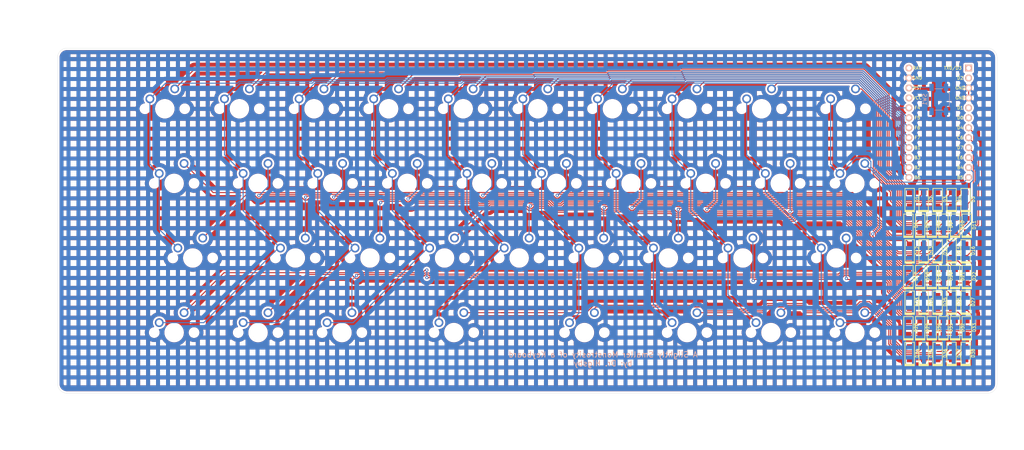
<source format=kicad_pcb>
(kicad_pcb (version 20211014) (generator pcbnew)
  (layers (0 "F.Cu" signal) (31 "B.Cu" signal) (34 "B.Paste" user) (35 "F.Paste" user) (36 "B.SilkS" user "B.Silkscreen") (37 "F.SilkS" user "F.Silkscreen") (38 "B.Mask" user) (39 "F.Mask" user) (44 "Edge.Cuts" user))
  (net 0 "")
  (net 1 "r1")
  (net 2 "Net-(D1-Pad2)")
  (net 3 "Net-(D2-Pad2)")
  (net 4 "Net-(D3-Pad2)")
  (net 5 "Net-(D4-Pad2)")
  (net 6 "Net-(D5-Pad2)")
  (net 7 "Net-(D6-Pad2)")
  (net 8 "Net-(D7-Pad2)")
  (net 9 "Net-(D8-Pad2)")
  (net 10 "Net-(D9-Pad2)")
  (net 11 "Net-(D10-Pad2)")
  (net 12 "r2")
  (net 13 "Net-(D11-Pad2)")
  (net 14 "Net-(D12-Pad2)")
  (net 15 "Net-(D13-Pad2)")
  (net 16 "Net-(D14-Pad2)")
  (net 17 "Net-(D15-Pad2)")
  (net 18 "Net-(D16-Pad2)")
  (net 19 "Net-(D17-Pad2)")
  (net 20 "Net-(D18-Pad2)")
  (net 21 "Net-(D19-Pad2)")
  (net 22 "Net-(D20-Pad2)")
  (net 23 "r3")
  (net 24 "Net-(D21-Pad2)")
  (net 25 "Net-(D22-Pad2)")
  (net 26 "Net-(D23-Pad2)")
  (net 27 "Net-(D24-Pad2)")
  (net 28 "Net-(D25-Pad2)")
  (net 29 "Net-(D26-Pad2)")
  (net 30 "Net-(D27-Pad2)")
  (net 31 "Net-(D28-Pad2)")
  (net 32 "Net-(D29-Pad2)")
  (net 33 "Net-(D31-Pad2)")
  (net 34 "r4")
  (net 35 "Net-(D32-Pad2)")
  (net 36 "Net-(D33-Pad2)")
  (net 37 "Net-(D34-Pad2)")
  (net 38 "Net-(D35-Pad2)")
  (net 39 "Net-(D36-Pad2)")
  (net 40 "Net-(D37-Pad2)")
  (net 41 "Net-(D38-Pad2)")
  (net 42 "c1")
  (net 43 "c2")
  (net 44 "c3")
  (net 45 "c4")
  (net 46 "c5")
  (net 47 "c6")
  (net 48 "c7")
  (net 49 "c8")
  (net 50 "c9")
  (net 51 "c10")
  (net 52 "GND")
  (net 53 "RST")
  (net 54 "RAW")
  (net 55 "VCC")
  (footprint "Keebio-Parts:D_SOD123" (layer "F.Cu") (at 242.590048 61.2313 90)
    (fp_text reference "D1")
    (fp_text value "D_Small" hide)
  )
  (footprint "Keebio-Parts:D_SOD123" (layer "F.Cu") (at 246.161926 61.2313 90)
    (fp_text reference "D2")
    (fp_text value "D_Small" hide)
  )
  (footprint "Keebio-Parts:D_SOD123" (layer "F.Cu") (at 249.733804 61.2313 90)
    (fp_text reference "D3")
    (fp_text value "D_Small" hide)
  )
  (footprint "Keebio-Parts:D_SOD123" (layer "F.Cu") (at 245.268956 67.779743 90)
    (fp_text reference "D7")
    (fp_text value "D_Small" hide)
  )
  (footprint "Keebio-Parts:D_SOD123" (layer "F.Cu") (at 248.245521 67.779743 90)
    (fp_text reference "D8")
    (fp_text value "D_Small" hide)
  )
  (footprint "Keebio-Parts:D_SOD123" (layer "F.Cu") (at 251.222086 67.779743 90)
    (fp_text reference "D9")
    (fp_text value "D_Small" hide)
  )
  (footprint "Keebio-Parts:D_SOD123" (layer "F.Cu") (at 254.198651 67.779743 90)
    (fp_text reference "D10")
    (fp_text value "D_Small" hide)
  )
  (footprint "Keebio-Parts:D_SOD123" (layer "F.Cu") (at 242.58964 74.328186 90)
    (fp_text reference "D12")
    (fp_text value "D_Small" hide)
  )
  (footprint "Keebio-Parts:D_SOD123" (layer "F.Cu") (at 253.305256 74.328186 90)
    (fp_text reference "D15")
    (fp_text value "D_Small" hide)
  )
  (footprint "Keebio-Parts:D_SOD123" (layer "F.Cu") (at 256.877128 74.328186 90)
    (fp_text reference "D16")
    (fp_text value "D_Small" hide)
  )
  (footprint "Keebio-Parts:D_SOD123" (layer "F.Cu") (at 242.291984 80.876629 90)
    (fp_text reference "D17")
    (fp_text value "D_Small" hide)
  )
  (footprint "Keebio-Parts:D_SOD123" (layer "F.Cu") (at 254.198224 80.876629 90)
    (fp_text reference "D21")
    (fp_text value "D_Small" hide)
  )
  (footprint "Keebio-Parts:D_SOD123" (layer "F.Cu") (at 242.58964 87.425072 90)
    (fp_text reference "D23")
    (fp_text value "D_Small" hide)
  )
  (footprint "Keebio-Parts:D_SOD123" (layer "F.Cu") (at 246.161512 87.425072 90)
    (fp_text reference "D24")
    (fp_text value "D_Small" hide)
  )
  (footprint "Keebio-Parts:D_SOD123" (layer "F.Cu") (at 249.733384 87.425072 90)
    (fp_text reference "D25")
    (fp_text value "D_Small" hide)
  )
  (footprint "Keebio-Parts:D_SOD123" (layer "F.Cu") (at 245.268544 93.973515 90)
    (fp_text reference "D29")
    (fp_text value "D_Small" hide)
  )
  (footprint "Keebio-Parts:D_SOD123" (layer "F.Cu") (at 251.221664 93.973515 90)
    (fp_text reference "D31")
    (fp_text value "D_Small" hide)
  )
  (footprint "Keebio-Parts:D_SOD123" (layer "F.Cu") (at 254.198224 93.973515 90)
    (fp_text reference "D32")
    (fp_text value "D_Small" hide)
  )
  (footprint "Keebio-Parts:D_SOD123" (layer "F.Cu") (at 257.174784 93.973515 90)
    (fp_text reference "D33")
    (fp_text value "D_Small" hide)
  )
  (footprint "Keebio-Parts:D_SOD123" (layer "F.Cu") (at 242.58964 100.521958 90)
    (fp_text reference "D34")
    (fp_text value "D_Small" hide)
  )
  (footprint "Keebio-Parts:D_SOD123" (layer "F.Cu") (at 246.161512 100.521958 90)
    (fp_text reference "D35")
    (fp_text value "D_Small" hide)
  )
  (footprint "Keebio-Parts:D_SOD123" (layer "F.Cu") (at 249.733384 100.521958 90)
    (fp_text reference "D36")
    (fp_text value "D_Small" hide)
  )
  (footprint "Keebio-Parts:D_SOD123" (layer "F.Cu") (at 256.877128 100.521958 90)
    (fp_text reference "D38")
    (fp_text value "D_Small" hide)
  )
  (footprint "MX_Only:MXOnly-1U-NoLED" (layer "F.Cu") (at 52.387544 38.100032)
    (fp_text reference "MX1")
    (fp_text value "MX-NoLED")
  )
  (footprint "MX_Only:MXOnly-1U-NoLED" (layer "F.Cu") (at 71.43756 38.10016)
    (fp_text reference "MX2")
    (fp_text value "MX-NoLED")
  )
  (footprint "MX_Only:MXOnly-1U-NoLED" (layer "F.Cu") (at 90.487576 38.100032)
    (fp_text reference "MX3")
    (fp_text value "MX-NoLED")
  )
  (footprint "MX_Only:MXOnly-1U-NoLED" (layer "F.Cu") (at 109.537592 38.100032)
    (fp_text reference "MX4")
    (fp_text value "MX-NoLED")
  )
  (footprint "MX_Only:MXOnly-1U-NoLED" (layer "F.Cu") (at 128.587608 38.100032)
    (fp_text reference "MX5")
    (fp_text value "MX-NoLED")
  )
  (footprint "MX_Only:MXOnly-1U-NoLED" (layer "F.Cu") (at 147.637624 38.10016)
    (fp_text reference "MX6")
    (fp_text value "MX-NoLED")
  )
  (footprint "MX_Only:MXOnly-1U-NoLED" (layer "F.Cu") (at 166.68764 38.100032)
    (fp_text reference "MX7")
    (fp_text value "MX-NoLED")
  )
  (footprint "MX_Only:MXOnly-1U-NoLED" (layer "F.Cu") (at 185.737656 38.100032)
    (fp_text reference "MX8")
    (fp_text value "MX-NoLED")
  )
  (footprint "MX_Only:MXOnly-1U-NoLED" (layer "F.Cu") (at 204.787672 38.10016)
    (fp_text reference "MX9")
    (fp_text value "MX-NoLED")
  )
  (footprint "MX_Only:MXOnly-1.25U-NoLED" (layer "F.Cu") (at 226.21894 38.100032)
    (fp_text reference "MX10")
    (fp_text value "MX-NoLED")
  )
  (footprint "MX_Only:MXOnly-1.25U-NoLED" (layer "F.Cu") (at 54.768796 57.15024)
    (fp_text reference "MX11")
    (fp_text value "MX-NoLED")
  )
  (footprint "MX_Only:MXOnly-1U-NoLED" (layer "F.Cu") (at 76.200064 57.15024)
    (fp_text reference "MX12")
    (fp_text value "MX-NoLED")
  )
  (footprint "MX_Only:MXOnly-1U-NoLED" (layer "F.Cu") (at 95.25008 57.15024)
    (fp_text reference "MX13")
    (fp_text value "MX-NoLED")
  )
  (footprint "MX_Only:MXOnly-1U-NoLED" (layer "F.Cu") (at 114.300096 57.15024)
    (fp_text reference "MX14")
    (fp_text value "MX-NoLED")
  )
  (footprint "MX_Only:MXOnly-1U-NoLED" (layer "F.Cu") (at 133.350112 57.15024)
    (fp_text reference "MX15")
    (fp_text value "MX-NoLED")
  )
  (footprint "MX_Only:MXOnly-1U-NoLED" (layer "F.Cu") (at 152.400128 57.15024)
    (fp_text reference "MX16")
    (fp_text value "MX-NoLED")
  )
  (footprint "MX_Only:MXOnly-1U-NoLED" (layer "F.Cu") (at 171.450144 57.15024)
    (fp_text reference "MX17")
    (fp_text value "MX-NoLED")
  )
  (footprint "MX_Only:MXOnly-1U-NoLED" (layer "F.Cu") (at 190.50016 57.150048)
    (fp_text reference "MX18")
    (fp_text value "MX-NoLED")
  )
  (footprint "MX_Only:MXOnly-1U-NoLED" (layer "F.Cu") (at 209.550176 57.150048)
    (fp_text reference "MX19")
    (fp_text value "MX-NoLED")
  )
  (footprint "MX_Only:MXOnly-1U-NoLED" (layer "F.Cu") (at 228.60096 57.15024)
    (fp_text reference "MX20")
    (fp_text value "MX-NoLED")
  )
  (footprint "MX_Only:MXOnly-1.75U-NoLED" (layer "F.Cu") (at 59.5313 76.20032)
    (fp_text reference "MX21")
    (fp_text value "MX-NoLED")
  )
  (footprint "MX_Only:MXOnly-1U-NoLED" (layer "F.Cu") (at 85.725072 76.200064)
    (fp_text reference "MX22")
    (fp_text value "MX-NoLED")
  )
  (footprint "MX_Only:MXOnly-1U-NoLED" (layer "F.Cu") (at 104.775088 76.20032)
    (fp_text reference "MX23")
    (fp_text value "MX-NoLED")
  )
  (footprint "MX_Only:MXOnly-1U-NoLED" (layer "F.Cu") (at 123.825104 76.200064)
    (fp_text reference "MX24")
    (fp_text value "MX-NoLED")
  )
  (footprint "MX_Only:MXOnly-1U-NoLED" (layer "F.Cu") (at 142.87512 76.20032)
    (fp_text reference "MX25")
    (fp_text value "MX-NoLED")
  )
  (footprint "MX_Only:MXOnly-1U-NoLED" (layer "F.Cu") (at 161.925136 76.20032)
    (fp_text reference "MX26")
    (fp_text value "MX-NoLED")
  )
  (footprint "MX_Only:MXOnly-1U-NoLED" (layer "F.Cu") (at 180.975152 76.200064)
    (fp_text reference "MX27")
    (fp_text value "MX-NoLED")
  )
  (footprint "MX_Only:MXOnly-1U-NoLED" (layer "F.Cu") (at 200.025168 76.20032)
    (fp_text reference "MX28")
    (fp_text value "MX-NoLED")
  )
  (footprint "MX_Only:MXOnly-1.5U-NoLED" (layer "F.Cu") (at 223.837688 76.200064)
    (fp_text reference "MX29")
    (fp_text value "MX-NoLED")
  )
  (footprint "MX_Only:MXOnly-1.25U-NoLED" (layer "F.Cu") (at 54.768796 95.25008)
    (fp_text reference "MX31")
    (fp_text value "MX-NoLED")
  )
  (footprint "MX_Only:MXOnly-1.25U-NoLED" (layer "F.Cu") (at 97.631332 95.25008)
    (fp_text reference "MX33")
    (fp_text value "MX-NoLED")
  )
  (footprint "MX_Only:MXOnly-1.75U-NoLED" (layer "F.Cu") (at 126.206356 95.25008)
    (fp_text reference "MX34")
    (fp_text value "MX-NoLED")
  )
  (footprint "MX_Only:MXOnly-1.75U-NoLED" (layer "F.Cu") (at 159.543884 95.2504)
    (fp_text reference "MX35")
    (fp_text value "MX-NoLED")
  )
  (footprint "MX_Only:MXOnly-1U-NoLED" (layer "F.Cu") (at 185.737656 95.25008)
    (fp_text reference "MX36")
    (fp_text value "MX-NoLED")
  )
  (footprint "MX_Only:MXOnly-1.25U-NoLED" (layer "F.Cu") (at 207.168924 95.25008)
    (fp_text reference "MX37")
    (fp_text value "MX-NoLED")
  )
  (footprint "MX_Only:MXOnly-1U-NoLED" (layer "F.Cu") (at 228.60096 95.2504)
    (fp_text reference "MX38")
    (fp_text value "MX-NoLED")
  )
  (footprint "MX_Only:MXOnly-1U-NoLED" (layer "F.Cu") (at 76.200064 95.25008)
    (fp_text reference "MX32")
    (fp_text value "MX-NoLED")
  )
  (footprint "Keebio-Parts:D_SOD123" (layer "F.Cu") (at 257.175216 67.779743 90)
    (fp_text reference "D11")
    (fp_text value "D_Small" hide)
  )
  (footprint "Keebio-Parts:D_SOD123" (layer "F.Cu") (at 257.174784 80.876629 90)
    (fp_text reference "D22")
    (fp_text value "D_Small" hide)
  )
  (footprint "Keebio-Parts:D_SOD123" (layer "F.Cu") (at 242.291984 93.973515 90)
    (fp_text reference "D28")
    (fp_text value "D_Small" hide)
  )
  (footprint "Keebio-Parts:D_SOD123" (layer "F.Cu") (at 256.87756 61.2313 90)
    (fp_text reference "D5")
    (fp_text value "D_Small" hide)
  )
  (footprint "Keebio-Parts:D_SOD123" (layer "F.Cu") (at 245.268544 80.876629 90)
    (fp_text reference "D18")
    (fp_text value "D_Small" hide)
  )
  (footprint "Keebio-Parts:D_SOD123" (layer "F.Cu") (at 246.161512 74.328186 90)
    (fp_text reference "D13")
    (fp_text value "D_Small" hide)
  )
  (footprint "Keebio-Parts:D_SOD123" (layer "F.Cu") (at 249.733384 74.328186 90)
    (fp_text reference "D14")
    (fp_text value "D_Small" hide)
  )
  (footprint "Keebio-Parts:D_SOD123" (layer "F.Cu") (at 248.245104 80.876629 90)
    (fp_text reference "D19")
    (fp_text value "D_Small" hide)
  )
  (footprint "Keebio-Parts:D_SOD123" (layer "F.Cu") (at 253.305256 87.425072 90)
    (fp_text reference "D26")
    (fp_text value "D_Small" hide)
  )
  (footprint "Keebio-Parts:D_SOD123" (layer "F.Cu") (at 256.877128 87.425072 90)
    (fp_text reference "D27")
    (fp_text value "D_Small" hide)
  )
  (footprint "Keebio-Parts:D_SOD123" (layer "F.Cu") (at 248.245104 93.973515 90)
    (fp_text reference "D30")
    (fp_text value "D_Small" hide)
  )
  (footprint "Keebio-Parts:D_SOD123" (layer "F.Cu") (at 242.292391 67.779743 90)
    (fp_text reference "D6")
    (fp_text value "D_Small" hide)
  )
  (footprint "Keebio-Parts:D_SOD123" (layer "F.Cu") (at 253.305682 61.2313 90)
    (fp_text reference "D4")
    (fp_text value "D_Small" hide)
  )
  (footprint "Keebio-Parts:D_SOD123" (layer "F.Cu") (at 251.221664 80.876629 90)
    (fp_text reference "D20")
    (fp_text value "D_Small" hide)
  )
  (footprint "Keebio-Parts:D_SOD123" (layer "F.Cu") (at 253.305256 100.521958 90)
    (fp_text reference "D37")
    (fp_text value "D_Small" hide)
  )
  (footprint "Button_Switch_SMD:SW_SPST_SKQG_WithStem" (layer "B.Cu") (at 250.03146 35.71878 -90)
    (fp_text reference "SW1")
    (fp_text value "SW_Push")
  )
  (footprint "Keebio-Parts:ArduinoProMicro" (layer "B.Cu") (at 250.03146 41.67191 -90)
    (fp_text reference "U1" hide)
    (fp_text value "ProMicro" hide)
  )
  (gr_line (start 25.003138 25.003154) (end 25.003146 108.346958) (layer "Edge.Cuts") (width 0.05))
  (gr_line (start 27.384406 110.728218) (end 262.533033 110.728218) (layer "Edge.Cuts") (width 0.05))
  (gr_line (start 264.914293 108.346958) (end 264.914293 25.003154) (layer "Edge.Cuts") (width 0.05))
  (gr_line (start 262.533033 22.621894) (end 27.384398 22.621894) (layer "Edge.Cuts") (width 0.05))
  (gr_arc (start 262.533033 22.621894) (mid 264.216838 23.319349) (end 264.914293 25.003154) (layer "Edge.Cuts") (width 0.05))
  (gr_arc (start 27.384406 110.728218) (mid 25.700601 110.030763) (end 25.003146 108.346958) (layer "Edge.Cuts") (width 0.05))
  (gr_arc (start 264.914293 108.346958) (mid 264.216838 110.030763) (end 262.533033 110.728218) (layer "Edge.Cuts") (width 0.05))
  (gr_arc (start 25.003138 25.003154) (mid 25.700593 23.319349) (end 27.384398 22.621894) (layer "Edge.Cuts") (width 0.05))
  (gr_text "A Slightly Smaller Monstrosity of a Keyboard\nby: Dr. Higsby" (at 164.30694 102) (layer "B.SilkS") (effects (font (size 1.4 1.4) (thickness 0.2)) (justify mirror)))
  (segment (start 242.590048 62.9313) (end 246.161926 62.9313) (width 0.25) (layer "F.Cu") (net 1))
  (segment (start 249.733804 62.9313) (end 246.161926 62.9313) (width 0.25) (layer "F.Cu") (net 1))
  (segment (start 253.305682 62.9313) (end 249.733804 62.9313) (width 0.25) (layer "F.Cu") (net 1))
  (segment (start 255.6 68.078394) (end 254.198651 69.479743) (width 0.25) (layer "F.Cu") (net 1))
  (segment (start 248.245521 69.479743) (end 251.222086 69.479743) (width 0.25) (layer "F.Cu") (net 1))
  (segment (start 254.198651 69.479743) (end 251.222086 69.479743) (width 0.25) (layer "F.Cu") (net 1))
  (segment (start 245.268956 69.479743) (end 248.245521 69.479743) (width 0.25) (layer "F.Cu") (net 1))
  (segment (start 242.292391 69.479743) (end 245.268956 69.479743) (width 0.25) (layer "F.Cu") (net 1))
  (segment (start 258.852761 60.956099) (end 258.852761 51.763211) (width 0.25) (layer "F.Cu") (net 1))
  (segment (start 255.6 64.20886) (end 255.6 68.078394) (width 0.25) (layer "F.Cu") (net 1))
  (segment (start 258.852761 51.763211) (end 257.65146 50.56191) (width 0.25) (layer "F.Cu") (net 1))
  (segment (start 256.87756 62.9313) (end 253.305682 62.9313) (width 0.25) (layer "F.Cu") (net 1))
  (segment (start 256.87756 62.9313) (end 258.852761 60.956099) (width 0.25) (layer "F.Cu") (net 1))
  (segment (start 256.87756 62.9313) (end 255.6 64.20886) (width 0.25) (layer "F.Cu") (net 1))
  (segment (start 54.927544 33.020032) (end 59.977493 27.970083) (width 0.25) (layer "F.Cu") (net 2))
  (segment (start 59.977493 27.970083) (end 61.179917 27.970083) (width 0.25) (layer "F.Cu") (net 2))
  (segment (start 237.351161 34.374339) (end 230.946906 27.970084) (width 0.25) (layer "F.Cu") (net 2))
  (segment (start 242.590048 59.5313) (end 242.590048 58.555636) (width 0.25) (layer "F.Cu") (net 2))
  (segment (start 230.946906 27.970084) (end 61.179917 27.970083) (width 0.25) (layer "F.Cu") (net 2))
  (segment (start 237.351161 53.316749) (end 237.351161 34.374339) (width 0.25) (layer "F.Cu") (net 2))
  (segment (start 242.590048 58.555636) (end 237.351161 53.316749) (width 0.25) (layer "F.Cu") (net 2))
  (segment (start 78.577627 28.420093) (end 80.129907 28.420093) (width 0.25) (layer "F.Cu") (net 3))
  (segment (start 246.161926 59.5313) (end 245.036957 60.656269) (width 0.25) (layer "F.Cu") (net 3))
  (segment (start 73.97756 33.02016) (end 78.577627 28.420093) (width 0.25) (layer "F.Cu") (net 3))
  (segment (start 241.756269 60.656269) (end 241.3 60.2) (width 0.25) (layer "F.Cu") (net 3))
  (segment (start 241.3 57.901998) (end 236.901151 53.503149) (width 0.25) (layer "F.Cu") (net 3))
  (segment (start 230.760505 28.420093) (end 80.129907 28.420093) (width 0.25) (layer "F.Cu") (net 3))
  (segment (start 245.036957 60.656269) (end 241.756269 60.656269) (width 0.25) (layer "F.Cu") (net 3))
  (segment (start 241.3 60.2) (end 241.3 57.901998) (width 0.25) (layer "F.Cu") (net 3))
  (segment (start 236.901151 34.560739) (end 230.760505 28.420093) (width 0.25) (layer "F.Cu") (net 3))
  (segment (start 236.901151 53.503149) (end 236.901151 34.560739) (width 0.25) (layer "F.Cu") (net 3))
  (segment (start 241.569869 61.106279) (end 240.849991 60.386401) (width 0.25) (layer "F.Cu") (net 4))
  (segment (start 236.451141 34.747139) (end 230.574107 28.870105) (width 0.25) (layer "F.Cu") (net 4))
  (segment (start 230.574107 28.870105) (end 97.529897 28.870103) (width 0.25) (layer "F.Cu") (net 4))
  (segment (start 236.451141 53.689549) (end 236.451141 34.747139) (width 0.25) (layer "F.Cu") (net 4))
  (segment (start 97.177505 28.870103) (end 97.529897 28.870103) (width 0.25) (layer "F.Cu") (net 4))
  (segment (start 240.849991 60.386401) (end 240.84999 58.088398) (width 0.25) (layer "F.Cu") (net 4))
  (segment (start 249.733804 59.5313) (end 248.158825 61.106279) (width 0.25) (layer "F.Cu") (net 4))
  (segment (start 240.84999 58.088398) (end 236.451141 53.689549) (width 0.25) (layer "F.Cu") (net 4))
  (segment (start 248.158825 61.106279) (end 241.569869 61.106279) (width 0.25) (layer "F.Cu") (net 4))
  (segment (start 93.027576 33.020032) (end 97.177505 28.870103) (width 0.25) (layer "F.Cu") (net 4))
  (segment (start 240.399981 58.274799) (end 240.399982 60.572802) (width 0.25) (layer "F.Cu") (net 5))
  (segment (start 236.001131 47.498869) (end 236.001131 34.933539) (width 0.25) (layer "F.Cu") (net 5))
  (segment (start 236.001131 46.663767) (end 236.001131 47.498869) (width 0.25) (layer "F.Cu") (net 5))
  (segment (start 251.280693 61.556289) (end 253.305682 59.5313) (width 0.25) (layer "F.Cu") (net 5))
  (segment (start 115.777512 29.320112) (end 116.020112 29.320112) (width 0.25) (layer "F.Cu") (net 5))
  (segment (start 230.387706 29.320114) (end 235.55005 34.482458) (width 0.25) (layer "F.Cu") (net 5))
  (segment (start 240.399982 60.572802) (end 241.383469 61.556289) (width 0.25) (layer "F.Cu") (net 5))
  (segment (start 116.020112 29.320112) (end 230.387706 29.320114) (width 0.25) (layer "F.Cu") (net 5))
  (segment (start 236.001131 34.933539) (end 235.55005 34.482458) (width 0.25) (layer "F.Cu") (net 5))
  (segment (start 236.001131 47.498869) (end 236.001131 53.875949) (width 0.25) (layer "F.Cu") (net 5))
  (segment (start 241.383469 61.556289) (end 251.280693 61.556289) (width 0.25) (layer "F.Cu") (net 5))
  (segment (start 236.001131 53.875949) (end 240.399981 58.274799) (width 0.25) (layer "F.Cu") (net 5))
  (segment (start 112.077592 33.020032) (end 115.777512 29.320112) (width 0.25) (layer "F.Cu") (net 5))
  (segment (start 134.377519 29.770121) (end 134.970121 29.770121) (width 0.25) (layer "F.Cu") (net 6))
  (segment (start 239.949972 58.4612) (end 235.551121 54.062349) (width 0.25) (layer "F.Cu") (net 6))
  (segment (start 235.551121 35.119939) (end 230.201305 29.770123) (width 0.25) (layer "F.Cu") (net 6))
  (segment (start 241.197069 62.006299) (end 239.949973 60.759203) (width 0.25) (layer "F.Cu") (net 6))
  (segment (start 235.551121 54.062349) (end 235.551121 35.119939) (width 0.25) (layer "F.Cu") (net 6))
  (segment (start 254.402561 62.006299) (end 241.197069 62.006299) (width 0.25) (layer "F.Cu") (net 6))
  (segment (start 230.201305 29.770123) (end 134.970121 29.770121) (width 0.25) (layer "F.Cu") (net 6))
  (segment (start 239.949973 60.759203) (end 239.949972 58.4612) (width 0.25) (layer "F.Cu") (net 6))
  (segment (start 256.87756 59.5313) (end 254.402561 62.006299) (width 0.25) (layer "F.Cu") (net 6))
  (segment (start 131.127608 33.020032) (end 134.377519 29.770121) (width 0.25) (layer "F.Cu") (net 6))
  (segment (start 235.101111 48.198889) (end 235.101111 35.306339) (width 0.25) (layer "F.Cu") (net 7))
  (segment (start 150.177624 33.02016) (end 152.977653 30.220131) (width 0.25) (layer "F.Cu") (net 7))
  (segment (start 153.820131 30.220131) (end 169.779869 30.220131) (width 0.25) (layer "F.Cu") (net 7))
  (segment (start 240.92718 64.714532) (end 240.92718 62.37282) (width 0.25) (layer "F.Cu") (net 7))
  (segment (start 235.101111 48.198889) (end 235.101111 54.248749) (width 0.25) (layer "F.Cu") (net 7))
  (segment (start 234.147386 34.352614) (end 234.65003 34.855258) (width 0.25) (layer "F.Cu") (net 7))
  (segment (start 242.292391 66.079743) (end 240.92718 64.714532) (width 0.25) (layer "F.Cu") (net 7))
  (segment (start 235.101111 47.036567) (end 235.101111 48.198889) (width 0.25) (layer "F.Cu") (net 7))
  (segment (start 239.499964 58.647602) (end 239.499964 60.945604) (width 0.25) (layer "F.Cu") (net 7))
  (segment (start 235.101111 54.248749) (end 239.499964 58.647602) (width 0.25) (layer "F.Cu") (net 7))
  (segment (start 152.977653 30.220131) (end 153.820131 30.220131) (width 0.25) (layer "F.Cu") (net 7))
  (segment (start 235.101111 35.306339) (end 234.147386 34.352614) (width 0.25) (layer "F.Cu") (net 7))
  (segment (start 169.779869 30.220131) (end 230.014904 30.220132) (width 0.25) (layer "F.Cu") (net 7))
  (segment (start 230.014904 30.220132) (end 234.147386 34.352614) (width 0.25) (layer "F.Cu") (net 7))
  (segment (start 239.499964 60.945604) (end 240.92718 62.37282) (width 0.25) (layer "F.Cu") (net 7))
  (segment (start 244.3 67.204712) (end 241.532358 67.204712) (width 0.25) (layer "F.Cu") (net 8))
  (segment (start 234.657823 54.441871) (end 234.651101 54.441871) (width 0.25) (layer "F.Cu") (net 8))
  (segment (start 245.268956 66.235756) (end 244.3 67.204712) (width 0.25) (layer "F.Cu") (net 8))
  (segment (start 169.22764 33.020032) (end 171.577532 30.67014) (width 0.25) (layer "F.Cu") (net 8))
  (segment (start 234.651101 35.492739) (end 229.828503 30.670141) (width 0.25) (layer "F.Cu") (net 8))
  (segment (start 245.268956 66.079743) (end 245.268956 66.235756) (width 0.25) (layer "F.Cu") (net 8))
  (segment (start 239.049954 58.834002) (end 234.657823 54.441871) (width 0.25) (layer "F.Cu") (net 8))
  (segment (start 229.828503 30.670141) (end 171.77014 30.67014) (width 0.25) (layer "F.Cu") (net 8))
  (segment (start 234.651101 54.441871) (end 234.651101 35.492739) (width 0.25) (layer "F.Cu") (net 8))
  (segment (start 239.049955 61.132005) (end 239.049954 58.834002) (width 0.25) (layer "F.Cu") (net 8))
  (segment (start 240.47717 62.55922) (end 239.049955 61.132005) (width 0.25) (layer "F.Cu") (net 8))
  (segment (start 171.577532 30.67014) (end 171.77014 30.67014) (width 0.25) (layer "F.Cu") (net 8))
  (segment (start 240.477171 66.149525) (end 240.47717 62.55922) (width 0.25) (layer "F.Cu") (net 8))
  (segment (start 241.532358 67.204712) (end 240.477171 66.149525) (width 0.25) (layer "F.Cu") (net 8))
  (segment (start 234.201091 54.628271) (end 234.201091 35.679139) (width 0.25) (layer "F.Cu") (net 9))
  (segment (start 229.642102 31.12015) (end 190.629851 31.120149) (width 0.25) (layer "F.Cu") (net 9))
  (segment (start 238.599946 59.020404) (end 238.599946 61.318406) (width 0.25) (layer "F.Cu") (net 9))
  (segment (start 235.639771 56.060229) (end 234.629763 55.050221) (width 0.25) (layer "F.Cu") (net 9))
  (segment (start 240.027162 62.745622) (end 240.027162 66.335926) (width 0.25) (layer "F.Cu") (net 9))
  (segment (start 241.545278 67.654722) (end 246.670542 67.654722) (width 0.25) (layer "F.Cu") (net 9))
  (segment (start 238.599946 61.318406) (end 240.027162 62.745622) (width 0.25) (layer "F.Cu") (net 9))
  (segment (start 235.639771 56.060229) (end 238.599946 59.020404) (width 0.25) (layer "F.Cu") (net 9))
  (segment (start 241.345958 67.654722) (end 241.545278 67.654722) (width 0.25) (layer "F.Cu") (net 9))
  (segment (start 235.639771 56.060229) (end 235.780981 56.201439) (width 0.25) (layer "F.Cu") (net 9))
  (segment (start 188.277656 33.020032) (end 190.177539 31.120149) (width 0.25) (layer "F.Cu") (net 9))
  (segment (start 240.027162 66.335926) (end 241.345958 67.654722) (width 0.25) (layer "F.Cu") (net 9))
  (segment (start 234.201091 35.679139) (end 229.642102 31.12015) (width 0.25) (layer "F.Cu") (net 9))
  (segment (start 190.177539 31.120149) (end 190.629851 31.120149) (width 0.25) (layer "F.Cu") (net 9))
  (segment (start 246.670542 67.654722) (end 248.245521 66.079743) (width 0.25) (layer "F.Cu") (net 9))
  (segment (start 234.629763 55.050221) (end 234.623041 55.050221) (width 0.25) (layer "F.Cu") (net 9))
  (segment (start 234.623041 55.050221) (end 234.201091 54.628271) (width 0.25) (layer "F.Cu") (net 9))
  (segment (start 234.436639 55.500229) (end 233.751081 54.814671) (width 0.25) (layer "F.Cu") (net 10))
  (segment (start 234.443362 55.50023) (end 234.436639 55.500229) (width 0.25) (layer "F.Cu") (net 10))
  (segment (start 239.577152 62.932022) (end 239.577153 66.522327) (width 0.25) (layer "F.Cu") (net 10))
  (segment (start 235.221566 56.278434) (end 235.330971 56.387839) (width 0.25) (layer "F.Cu") (net 10))
  (segment (start 239.577153 66.522327) (end 241.159558 68.104732) (width 0.25) (layer "F.Cu") (net 10))
  (segment (start 250.2 68.104732) (end 251.222086 67.082646) (width 0.25) (layer "F.Cu") (net 10))
  (segment (start 235.221566 56.278434) (end 234.443362 55.50023) (width 0.25) (layer "F.Cu") (net 10))
  (segment (start 229.455701 31.570159) (end 208.970159 31.570159) (width 0.25) (layer "F.Cu") (net 10))
  (segment (start 235.221566 56.278434) (end 238.149936 59.206804) (width 0.25) (layer "F.Cu") (net 10))
  (segment (start 207.327672 33.02016) (end 208.777673 31.570159) (width 0.25) (layer "F.Cu") (net 10))
  (segment (start 251.222086 67.082646) (end 251.222086 66.079743) (width 0.25) (layer "F.Cu") (net 10))
  (segment (start 241.159558 68.104732) (end 241.695268 68.104732) (width 0.25) (layer "F.Cu") (net 10))
  (segment (start 238.149936 59.206804) (end 238.149937 61.504807) (width 0.25) (layer "F.Cu") (net 10))
  (segment (start 208.777673 31.570159) (end 208.970159 31.570159) (width 0.25) (layer "F.Cu") (net 10))
  (segment (start 233.751081 54.814671) (end 233.751081 35.865539) (width 0.25) (layer "F.Cu") (net 10))
  (segment (start 241.695268 68.104732) (end 250.2 68.104732) (width 0.25) (layer "F.Cu") (net 10))
  (segment (start 233.751081 35.865539) (end 229.455701 31.570159) (width 0.25) (layer "F.Cu") (net 10))
  (segment (start 238.149937 61.504807) (end 239.577152 62.932022) (width 0.25) (layer "F.Cu") (net 10))
  (segment (start 233.301071 55.001071) (end 233.301071 36.051939) (width 0.25) (layer "F.Cu") (net 11))
  (segment (start 230.269292 33.02016) (end 228.7597 33.02016) (width 0.25) (layer "F.Cu") (net 11))
  (segment (start 239.127144 66.708728) (end 240.973158 68.554742) (width 0.25) (layer "F.Cu") (net 11))
  (segment (start 233.301071 36.051939) (end 230.269292 33.02016) (width 0.25) (layer "F.Cu") (net 11))
  (segment (start 234.753361 56.446639) (end 234.256961 55.950239) (width 0.25) (layer "F.Cu") (net 11))
  (segment (start 234.753361 56.446639) (end 234.880961 56.574239) (width 0.25) (layer "F.Cu") (net 11))
  (segment (start 240.973158 68.554742) (end 241.845258 68.554742) (width 0.25) (layer "F.Cu") (net 11))
  (segment (start 234.250239 55.950239) (end 233.301071 55.001071) (width 0.25) (layer "F.Cu") (net 11))
  (segment (start 239.127144 63.118424) (end 239.127144 66.708728) (width 0.25) (layer "F.Cu") (net 11))
  (segment (start 237.699928 59.393206) (end 237.699928 61.691208) (width 0.25) (layer "F.Cu") (net 11))
  (segment (start 253.23865 68.554742) (end 254.198651 67.594741) (width 0.25) (layer "F.Cu") (net 11))
  (segment (start 241.845258 68.554742) (end 253.23865 68.554742) (width 0.25) (layer "F.Cu") (net 11))
  (segment (start 254.198651 67.594741) (end 254.198651 66.079743) (width 0.25) (layer "F.Cu") (net 11))
  (segment (start 234.256961 55.950239) (end 234.250239 55.950239) (width 0.25) (layer "F.Cu") (net 11))
  (segment (start 237.699928 61.691208) (end 239.127144 63.118424) (width 0.25) (layer "F.Cu") (net 11))
  (segment (start 234.753361 56.446639) (end 237.699928 59.393206) (width 0.25) (layer "F.Cu") (net 11))
  (segment (start 245.268544 82.576629) (end 242.291984 82.576629) (width 0.25) (layer "F.Cu") (net 12))
  (segment (start 258.4 70.704527) (end 258.4 74.505314) (width 0.25) (layer "F.Cu") (net 12))
  (segment (start 257.175216 69.479743) (end 258.4 70.704527) (width 0.25) (layer "F.Cu") (net 12))
  (segment (start 259.302771 67.352188) (end 259.30277 51.57681) (width 0.25) (layer "F.Cu") (net 12))
  (segment (start 258.4 74.505314) (end 256.877128 76.028186) (width 0.25) (layer "F.Cu") (net 12))
  (segment (start 258.134785 81.651628) (end 258.5 81.286413) (width 0.25) (layer "F.Cu") (net 12))
  (segment (start 257.175216 69.479743) (end 259.302771 67.352188) (width 0.25) (layer "F.Cu") (net 12))
  (segment (start 256.877128 76.028186) (end 253.305256 76.028186) (width 0.25) (layer "F.Cu") (net 12))
  (segment (start 251.221664 82.576629) (end 248.245104 82.576629) (width 0.25) (layer "F.Cu") (net 12))
  (segment (start 248.245104 82.576629) (end 245.268544 82.576629) (width 0.25) (layer "F.Cu") (net 12))
  (segment (start 258.852761 49.223211) (end 257.65146 48.02191) (width 0.25) (layer "F.Cu") (net 12))
  (segment (start 246.161512 76.028186) (end 242.58964 76.028186) (width 0.25) (layer "F.Cu") (net 12))
  (segment (start 258.852761 51.126801) (end 258.852761 49.223211) (width 0.25) (layer "F.Cu") (net 12))
  (segment (start 258.5 77.651058) (end 256.877128 76.028186) (width 0.25) (layer "F.Cu") (net 12))
  (segment (start 253.305256 76.028186) (end 249.733384 76.028186) (width 0.25) (layer "F.Cu") (net 12))
  (segment (start 251.221664 82.576629) (end 252.146665 81.651628) (width 0.25) (layer "F.Cu") (net 12))
  (segment (start 258.5 81.286413) (end 258.5 77.651058) (width 0.25) (layer "F.Cu") (net 12))
  (segment (start 259.30277 51.57681) (end 258.852761 51.126801) (width 0.25) (layer "F.Cu") (net 12))
  (segment (start 249.733384 76.028186) (end 246.161512 76.028186) (width 0.25) (layer "F.Cu") (net 12))
  (segment (start 252.146665 81.651628) (end 258.134785 81.651628) (width 0.25) (layer "F.Cu") (net 12))
  (segment (start 64.738556 59.5) (end 92.7 59.5) (width 0.25) (layer "F.Cu") (net 13))
  (segment (start 255.4 70.163396) (end 255.4 68.914804) (width 0.25) (layer "F.Cu") (net 13))
  (segment (start 57.308796 52.07024) (end 64.738556 59.5) (width 0.25) (layer "F.Cu") (net 13))
  (segment (start 255.4 68.914804) (end 257.175216 67.139588) (width 0.25) (layer "F.Cu") (net 13))
  (segment (start 92.7 59.5) (end 92.730859 59.469141) (width 0.25) (layer "F.Cu") (net 13))
  (segment (start 92.730859 59.469141) (end 228.029573 59.469141) (width 0.25) (layer "F.Cu") (net 13))
  (segment (start 241.954254 70.405234) (end 241.954744 70.404744) (width 0.25) (layer "F.Cu") (net 13))
  (segment (start 237.039766 69.433522) (end 238.011478 70.405234) (width 0.25) (layer "F.Cu") (net 13))
  (segment (start 241.954744 70.404744) (end 255.158652 70.404744) (width 0.25) (layer "F.Cu") (net 13))
  (segment (start 238.011478 70.405234) (end 241.954254 70.405234) (width 0.25) (layer "F.Cu") (net 13))
  (segment (start 228.029573 59.469141) (end 237.039766 68.479336) (width 0.25) (layer "F.Cu") (net 13))
  (segment (start 237.039766 68.479336) (end 237.039766 69.433522) (width 0.25) (layer "F.Cu") (net 13))
  (segment (start 255.158652 70.404744) (end 255.4 70.163396) (width 0.25) (layer "F.Cu") (net 13))
  (segment (start 257.175216 67.139588) (end 257.175216 66.079743) (width 0.25) (layer "F.Cu") (net 13))
  (segment (start 153.134401 61.369152) (end 153.684382 60.819171) (width 0.25) (layer "F.Cu") (net 14))
  (segment (start 133.219142 60.919142) (end 133.948001 60.919142) (width 0.25) (layer "F.Cu") (net 14))
  (segment (start 132.219151 59.919151) (end 133.219142 60.919142) (width 0.25) (layer "F.Cu") (net 14))
  (segment (start 76.4 60.225) (end 76.67499 59.95001) (width 0.25) (layer "F.Cu") (net 14))
  (segment (start 76.67499 59.95001) (end 111.94999 59.95001) (width 0.25) (layer "F.Cu") (net 14))
  (segment (start 133.948001 60.919142) (end 134.497982 60.369161) (width 0.25) (layer "F.Cu") (net 14))
  (segment (start 111.94999 59.95001) (end 111.980849 59.919151) (width 0.25) (layer "F.Cu") (net 14))
  (segment (start 235.691206 69.992116) (end 237.453375 71.754284) (width 0.25) (layer "F.Cu") (net 14))
  (segment (start 134.497982 60.369161) (end 151.065608 60.369161) (width 0.25) (layer "F.Cu") (net 14))
  (segment (start 152.065599 61.369152) (end 153.134401 61.369152) (width 0.25) (layer "F.Cu") (net 14))
  (segment (start 153.684382 60.819171) (end 227.472451 60.819171) (width 0.25) (layer "F.Cu") (net 14))
  (segment (start 111.980849 59.919151) (end 132.219151 59.919151) (width 0.25) (layer "F.Cu") (net 14))
  (segment (start 151.065608 60.369161) (end 152.065599 61.369152) (width 0.25) (layer "F.Cu") (net 14))
  (segment (start 235.691206 69.037927) (end 235.691206 69.992116) (width 0.25) (layer "F.Cu") (net 14))
  (segment (start 237.453375 71.754284) (end 241.81 71.754284) (width 0.25) (layer "F.Cu") (net 14))
  (segment (start 242.58964 72.533924) (end 242.58964 72.628186) (width 0.25) (layer "F.Cu") (net 14))
  (segment (start 241.81 71.754284) (end 242.58964 72.533924) (width 0.25) (layer "F.Cu") (net 14))
  (segment (start 227.472451 60.819171) (end 235.691206 69.037927) (width 0.25) (layer "F.Cu") (net 14))
  (via (at 76.4 60.225) (size 0.8) (drill 0.4) (layers "F.Cu" "B.Cu") (net 14))
  (segment (start 76.35906 60.18406) (end 76.4 60.225) (width 0.25) (layer "B.Cu") (net 14))
  (segment (start 76.4 60.225) (end 76.474758 60.225) (width 0.25) (layer "B.Cu") (net 14))
  (segment (start 76.474758 60.225) (end 78.740064 57.959694) (width 0.25) (layer "B.Cu") (net 14))
  (segment (start 78.740064 57.959694) (end 78.740064 52.07024) (width 0.25) (layer "B.Cu") (net 14))
  (segment (start 95.5 60.67501) (end 95.5 60.675511) (width 0.25) (layer "F.Cu") (net 15))
  (segment (start 95.77499 60.40002) (end 132.06361 60.40002) (width 0.25) (layer "F.Cu") (net 15))
  (segment (start 239.717527 74.654155) (end 245.28 74.654155) (width 0.25) (layer "F.Cu") (net 15))
  (segment (start 95.5 60.67501) (end 95.77499 60.40002) (width 0.25) (layer "F.Cu") (net 15))
  (segment (start 151.879199 61.819162) (end 153.320802 61.819161) (width 0.25) (layer "F.Cu") (net 15))
  (segment (start 235.241686 70.178314) (end 239.717527 74.654155) (width 0.25) (layer "F.Cu") (net 15))
  (segment (start 134.684382 60.819171) (end 150.879208 60.819171) (width 0.25) (layer "F.Cu") (net 15))
  (segment (start 153.870782 61.269181) (end 226.430819 61.269181) (width 0.25) (layer "F.Cu") (net 15))
  (segment (start 133.032742 61.369152) (end 134.134402 61.369151) (width 0.25) (layer "F.Cu") (net 15))
  (segment (start 150.879208 60.819171) (end 151.879199 61.819162) (width 0.25) (layer "F.Cu") (net 15))
  (segment (start 134.134402 61.369151) (end 134.684382 60.819171) (width 0.25) (layer "F.Cu") (net 15))
  (segment (start 132.06361 60.40002) (end 133.032742 61.369152) (width 0.25) (layer "F.Cu") (net 15))
  (segment (start 246.161512 73.772643) (end 246.161512 72.628186) (width 0.25) (layer "F.Cu") (net 15))
  (segment (start 227.286743 61.269181) (end 234.858781 68.841219) (width 0.25) (layer "F.Cu") (net 15))
  (segment (start 234.858781 68.841219) (end 235.241686 69.224124) (width 0.25) (layer "F.Cu") (net 15))
  (segment (start 235.241686 69.224124) (end 235.241686 70.178314) (width 0.25) (layer "F.Cu") (net 15))
  (segment (start 153.320802 61.819161) (end 153.870782 61.269181) (width 0.25) (layer "F.Cu") (net 15))
  (segment (start 245.28 74.654155) (end 246.161512 73.772643) (width 0.25) (layer "F.Cu") (net 15))
  (segment (start 226.430819 61.269181) (end 227.286743 61.269181) (width 0.25) (layer "F.Cu") (net 15))
  (via (at 95.5 60.675511) (size 0.8) (drill 0.4) (layers "F.Cu" "B.Cu") (net 15))
  (segment (start 97.79008 58.385431) (end 97.79008 52.07024) (width 0.25) (layer "B.Cu") (net 15))
  (segment (start 95.5 60.675511) (end 97.79008 58.385431) (width 0.25) (layer "B.Cu") (net 15))
  (segment (start 227.101033 61.719191) (end 229.315922 63.934078) (width 0.25) (layer "F.Cu") (net 16))
  (segment (start 114.77499 60.85003) (end 131.87721 60.85003) (width 0.25) (layer "F.Cu") (net 16))
  (segment (start 131.87721 60.85003) (end 132.846343 61.819161) (width 0.25) (layer "F.Cu") (net 16))
  (segment (start 229.315937 63.934078) (end 234.791456 69.409597) (width 0.25) (layer "F.Cu") (net 16))
  (segment (start 134.320803 61.81916) (end 134.870782 61.269181) (width 0.25) (layer "F.Cu") (net 16))
  (segment (start 150.692808 61.269181) (end 151.6928 62.269171) (width 0.25) (layer "F.Cu") (net 16))
  (segment (start 132.846343 61.819161) (end 134.320803 61.81916) (width 0.25) (layer "F.Cu") (net 16))
  (segment (start 234.791456 69.409597) (end 234.791456 70.363802) (width 0.25) (layer "F.Cu") (net 16))
  (segment (start 114.5 61.12502) (end 114.77499 60.85003) (width 0.25) (layer "F.Cu") (net 16))
  (segment (start 134.870782 61.269181) (end 150.692808 61.269181) (width 0.25) (layer "F.Cu") (net 16))
  (segment (start 153.507203 62.26917) (end 154.057182 61.719191) (width 0.25) (layer "F.Cu") (net 16))
  (segment (start 154.057182 61.719191) (end 227.101033 61.719191) (width 0.25) (layer "F.Cu") (net 16))
  (segment (start 229.315922 63.934078) (end 229.315937 63.934078) (width 0.25) (layer "F.Cu") (net 16))
  (segment (start 248.358373 74.003197) (end 249.733384 72.628186) (width 0.25) (layer "F.Cu") (net 16))
  (segment (start 239.531329 75.103675) (end 247.257895 75.103675) (width 0.25) (layer "F.Cu") (net 16))
  (segment (start 234.791456 70.363802) (end 239.531329 75.103675) (width 0.25) (layer "F.Cu") (net 16))
  (segment (start 151.6928 62.269171) (end 153.507203 62.26917) (width 0.25) (layer "F.Cu") (net 16))
  (segment (start 247.257895 75.103675) (end 249.733384 72.628186) (width 0.25) (layer "F.Cu") (net 16))
  (segment (start 229.315922 63.934078) (end 229.415922 64.034078) (width 0.25) (layer "F.Cu") (net 16))
  (via (at 114.5 61.12502) (size 0.8) (drill 0.4) (layers "F.Cu" "B.Cu") (net 16))
  (segment (start 114.45922 61.08424) (end 114.5 61.12502) (width 0.25) (layer "B.Cu") (net 16))
  (segment (start 114.5 61.12502) (end 116.840096 58.784924) (width 0.25) (layer "B.Cu") (net 16))
  (segment (start 116.840096 58.784924) (end 116.840096 52.07024) (width 0.25) (layer "B.Cu") (net 16))
  (segment (start 153.497982 60.369161) (end 227.658158 60.369161) (width 0.25) (layer "F.Cu") (net 17))
  (segment (start 237.639572 71.304764) (end 251.981834 71.304764) (width 0.25) (layer "F.Cu") (net 17))
  (segment (start 152.251999 60.919142) (end 152.948001 60.919142) (width 0.25) (layer "F.Cu") (net 17))
  (segment (start 133.6 60.194141) (end 133.87499 59.919151) (width 0.25) (layer "F.Cu") (net 17))
  (segment (start 227.658158 60.369161) (end 236.140726 68.85173) (width 0.25) (layer "F.Cu") (net 17))
  (segment (start 152.948001 60.919142) (end 153.497982 60.369161) (width 0.25) (layer "F.Cu") (net 17))
  (segment (start 236.140726 68.85173) (end 236.140726 69.805918) (width 0.25) (layer "F.Cu") (net 17))
  (segment (start 133.87499 59.919151) (end 151.252008 59.919151) (width 0.25) (layer "F.Cu") (net 17))
  (segment (start 151.252008 59.919151) (end 152.251999 60.919142) (width 0.25) (layer "F.Cu") (net 17))
  (segment (start 236.140726 69.805918) (end 237.639572 71.304764) (width 0.25) (layer "F.Cu") (net 17))
  (segment (start 251.981834 71.304764) (end 253.305256 72.628186) (width 0.25) (layer "F.Cu") (net 17))
  (via (at 133.6 60.194141) (size 0.8) (drill 0.4) (layers "F.Cu" "B.Cu") (net 17))
  (segment (start 133.655665 60.194141) (end 135.890112 57.959694) (width 0.25) (layer "B.Cu") (net 17))
  (segment (start 133.5093 60.103441) (end 133.6 60.194141) (width 0.25) (layer "B.Cu") (net 17))
  (segment (start 135.890112 57.959694) (end 135.890112 52.07024) (width 0.25) (layer "B.Cu") (net 17))
  (segment (start 133.6 60.194141) (end 133.655665 60.194141) (width 0.25) (layer "B.Cu") (net 17))
  (segment (start 255.103696 70.854754) (end 256.877128 72.628186) (width 0.25) (layer "F.Cu") (net 18))
  (segment (start 152.6 60.194141) (end 152.87499 59.919151) (width 0.25) (layer "F.Cu") (net 18))
  (segment (start 236.590246 68.665533) (end 236.590246 69.61972) (width 0.25) (layer "F.Cu") (net 18))
  (segment (start 237.82528 70.854754) (end 255.103696 70.854754) (width 0.25) (layer "F.Cu") (net 18))
  (segment (start 236.590246 69.61972) (end 237.82528 70.854754) (width 0.25) (layer "F.Cu") (net 18))
  (segment (start 152.87499 59.919151) (end 227.843865 59.919151) (width 0.25) (layer "F.Cu") (net 18))
  (segment (start 227.843865 59.919151) (end 236.590246 68.665533) (width 0.25) (layer "F.Cu") (net 18))
  (via (at 152.6 60.194141) (size 0.8) (drill 0.4) (layers "F.Cu" "B.Cu") (net 18))
  (segment (start 152.705681 60.194141) (end 154.940128 57.959694) (width 0.25) (layer "B.Cu") (net 18))
  (segment (start 152.55938 60.153521) (end 152.6 60.194141) (width 0.25) (layer "B.Cu") (net 18))
  (segment (start 152.6 60.194141) (end 152.705681 60.194141) (width 0.25) (layer "B.Cu") (net 18))
  (segment (start 154.940128 57.959694) (end 154.940128 52.07024) (width 0.25) (layer "B.Cu") (net 18))
  (segment (start 241.059499 79.176629) (end 242.291984 79.176629) (width 0.25) (layer "F.Cu") (net 19))
  (segment (start 226.543219 63.069221) (end 171.97499 63.069221) (width 0.25) (layer "F.Cu") (net 19))
  (segment (start 233.741639 71.85877) (end 241.059499 79.176629) (width 0.25) (layer "F.Cu") (net 19))
  (segment (start 233.74123 71.85877) (end 233.741639 71.85877) (width 0.25) (layer "F.Cu") (net 19))
  (segment (start 231.836999 68.363001) (end 226.543219 63.069221) (width 0.25) (layer "F.Cu") (net 19))
  (segment (start 232.443394 70.560934) (end 233.74123 71.85877) (width 0.25) (layer "F.Cu") (net 19))
  (segment (start 171.97499 63.069221) (end 171.7 63.344211) (width 0.25) (layer "F.Cu") (net 19))
  (segment (start 231.836999 68.363001) (end 232.443394 68.969396) (width 0.25) (layer "F.Cu") (net 19))
  (segment (start 232.443394 68.969396) (end 232.443394 70.560934) (width 0.25) (layer "F.Cu") (net 19))
  (segment (start 242.291984 79.176629) (end 241.816993 79.65162) (width 0.25) (layer "F.Cu") (net 19))
  (segment (start 231.93152 68.457522) (end 231.836999 68.363001) (width 0.25) (layer "F.Cu") (net 19))
  (via (at 171.7 63.344211) (size 0.8) (drill 0.4) (layers "F.Cu" "B.Cu") (net 19))
  (segment (start 171.7 63.344211) (end 173.990144 61.054067) (width 0.25) (layer "B.Cu") (net 19))
  (segment (start 171.60946 63.253671) (end 171.7 63.344211) (width 0.25) (layer "B.Cu") (net 19))
  (segment (start 173.990144 61.054067) (end 173.990144 52.07024) (width 0.25) (layer "B.Cu") (net 19))
  (segment (start 191.07499 63.519231) (end 190.8 63.794221) (width 0.25) (layer "F.Cu") (net 20))
  (segment (start 231.482202 68.643922) (end 231.48151 68.643922) (width 0.25) (layer "F.Cu") (net 20))
  (segment (start 234.018371 72.771629) (end 231.94414 70.697398) (width 0.25) (layer "F.Cu") (net 20))
  (segment (start 241.22337 79.97663) (end 241.22337 79.976218) (width 0.25) (layer "F.Cu") (net 20))
  (segment (start 234.018781 72.771629) (end 234.018371 72.771629) (width 0.25) (layer "F.Cu") (net 20))
  (segment (start 231.48151 68.643922) (end 226.356819 63.519231) (width 0.25) (layer "F.Cu") (net 20))
  (segment (start 244.343543 80.10163) (end 241.34837 80.10163) (width 0.25) (layer "F.Cu") (net 20))
  (segment (start 226.356819 63.519231) (end 191.07499 63.519231) (width 0.25) (layer "F.Cu") (net 20))
  (segment (start 231.94414 70.697398) (end 231.94414 69.10586) (width 0.25) (layer "F.Cu") (net 20))
  (segment (start 231.94414 69.10586) (end 231.482202 68.643922) (width 0.25) (layer "F.Cu") (net 20))
  (segment (start 245.268544 79.176629) (end 244.343543 80.10163) (width 0.25) (layer "F.Cu") (net 20))
  (segment (start 241.22337 79.976218) (end 234.018781 72.771629) (width 0.25) (layer "F.Cu") (net 20))
  (segment (start 241.34837 80.10163) (end 241.22337 79.97663) (width 0.25) (layer "F.Cu") (net 20))
  (via (at 190.8 63.794221) (size 0.8) (drill 0.4) (layers "F.Cu" "B.Cu") (net 20))
  (segment (start 190.8 63.794221) (end 193.04016 61.554061) (width 0.25) (layer "B.Cu") (net 20))
  (segment (start 190.65954 63.653761) (end 190.8 63.794221) (width 0.25) (layer "B.Cu") (net 20))
  (segment (start 193.04016 61.554061) (end 193.04016 52.070048) (width 0.25) (layer "B.Cu") (net 20))
  (segment (start 240.60048 79.989045) (end 239.070923 78.459488) (width 0.25) (layer "F.Cu") (net 21))
  (segment (start 231.49462 69.293442) (end 226.170419 63.969241) (width 0.25) (layer "F.Cu") (net 21))
  (segment (start 231.49462 70.883596) (end 231.49462 69.293442) (width 0.25) (layer "F.Cu") (net 21))
  (segment (start 246.84836 80.55164) (end 241.162662 80.55164) (width 0.25) (layer "F.Cu") (net 21))
  (segment (start 240.60048 79.989458) (end 240.60048 79.989045) (width 0.25) (layer "F.Cu") (net 21))
  (segment (start 239.070512 78.459488) (end 231.49462 70.883596) (width 0.25) (layer "F.Cu") (net 21))
  (segment (start 239.070923 78.459488) (end 239.070512 78.459488) (width 0.25) (layer "F.Cu") (net 21))
  (segment (start 212.370316 63.969241) (end 212.047663 64.291894) (width 0.25) (layer "F.Cu") (net 21))
  (segment (start 241.162662 80.55164) (end 240.60048 79.989458) (width 0.25) (layer "F.Cu") (net 21))
  (segment (start 248.245104 79.176629) (end 248.223371 79.176629) (width 0.25) (layer "F.Cu") (net 21))
  (segment (start 248.223371 79.176629) (end 246.84836 80.55164) (width 0.25) (layer "F.Cu") (net 21))
  (segment (start 226.170419 63.969241) (end 212.370316 63.969241) (width 0.25) (layer "F.Cu") (net 21))
  (via (at 212.047663 64.291894) (size 0.8) (drill 0.4) (layers "F.Cu" "B.Cu") (net 21))
  (segment (start 212.090176 64.249381) (end 212.090176 52.070048) (width 0.25) (layer "B.Cu") (net 21))
  (segment (start 212.047663 64.291894) (end 212.090176 64.249381) (width 0.25) (layer "B.Cu") (net 21))
  (segment (start 233.167905 70.082095) (end 233.167905 70.649727) (width 0.25) (layer "F.Cu") (net 22))
  (segment (start 241.346793 77.853207) (end 241.327897 77.853207) (width 0.25) (layer "F.Cu") (net 22))
  (segment (start 249.898242 77.853207) (end 241.846793 77.853207) (width 0.25) (layer "F.Cu") (net 22))
  (segment (start 240.371793 77.853207) (end 241.346793 77.853207) (width 0.25) (layer "F.Cu") (net 22))
  (segment (start 233.167905 70.649727) (end 233.168313 70.649727) (width 0.25) (layer "F.Cu") (net 22))
  (segment (start 241.846793 77.853207) (end 241.346793 77.853207) (width 0.25) (layer "F.Cu") (net 22))
  (segment (start 251.221664 79.176629) (end 249.898242 77.853207) (width 0.25) (layer "F.Cu") (net 22))
  (segment (start 233.168313 70.649727) (end 240.371793 77.853207) (width 0.25) (layer "F.Cu") (net 22))
  (via (at 233.167905 70.082095) (size 0.8) (drill 0.4) (layers "F.Cu" "B.Cu") (net 22))
  (segment (start 234.930481 68.319519) (end 233.167905 70.082095) (width 0.25) (layer "B.Cu") (net 22))
  (segment (start 234.930481 55.859761) (end 234.930481 68.319519) (width 0.25) (layer "B.Cu") (net 22))
  (segment (start 231.14096 52.07024) (end 234.930481 55.859761) (width 0.25) (layer "B.Cu") (net 22))
  (segment (start 258.5 90.747944) (end 256.877128 89.125072) (width 0.25) (layer "F.Cu") (net 23))
  (segment (start 258.3 87.7022) (end 256.877128 89.125072) (width 0.25) (layer "F.Cu") (net 23))
  (segment (start 258.95001 77.464658) (end 258.95001 81.472813) (width 0.25) (layer "F.Cu") (net 23))
  (segment (start 259.545683 67.745683) (end 258.95001 68.341359) (width 0.25) (layer "F.Cu") (net 23))
  (segment (start 259.545683 67.745683) (end 259.75278 67.538587) (width 0.25) (layer "F.Cu") (net 23))
  (segment (start 253.305256 89.125072) (end 249.733384 89.125072) (width 0.25) (layer "F.Cu") (net 23))
  (segment (start 259.752779 51.390411) (end 259.752779 67.538587) (width 0.25) (layer "F.Cu") (net 23))
  (segment (start 258.95001 81.472813) (end 257.846194 82.576629) (width 0.25) (layer "F.Cu") (net 23))
  (segment (start 254.198224 82.576629) (end 257.174784 82.576629) (width 0.25) (layer "F.Cu") (net 23))
  (segment (start 258.95001 68.341359) (end 258.95001 70.44999) (width 0.25) (layer "F.Cu") (net 23))
  (segment (start 258.3 83.701845) (end 258.3 87.7022) (width 0.25) (layer "F.Cu") (net 23))
  (segment (start 242.291984 95.673515) (end 245.268544 95.673515) (width 0.25) (layer "F.Cu") (net 23))
  (segment (start 245.268544 95.673515) (end 248.245104 95.673515) (width 0.25) (layer "F.Cu") (net 23))
  (segment (start 249.733384 89.125072) (end 246.161512 89.125072) (width 0.25) (layer "F.Cu") (net 23))
  (segment (start 242.58964 89.125072) (end 246.161512 89.125072) (width 0.25) (layer "F.Cu") (net 23))
  (segment (start 258.5 94.383299) (end 258.5 90.747944) (width 0.25) (layer "F.Cu") (net 23))
  (segment (start 258.85001 77.364658) (end 258.95001 77.464658) (width 0.25) (layer "F.Cu") (net 23))
  (segment (start 259.752779 67.538587) (end 259.545683 67.745683) (width 0.25) (layer "F.Cu") (net 23))
  (segment (start 258.134785 94.748514) (end 258.5 94.383299) (width 0.25) (layer "F.Cu") (net 23))
  (segment (start 248.245104 95.673515) (end 249.170105 94.748514) (width 0.25) (layer "F.Cu") (net 23))
  (segment (start 248.426485 95.673515) (end 248.245104 95.673515) (width 0.25) (layer "F.Cu") (net 23))
  (segment (start 258.95001 70.44999) (end 258.85001 70.54999) (width 0.25) (layer "F.Cu") (net 23))
  (segment (start 258.85001 70.54999) (end 258.85001 77.364658) (width 0.25) (layer "F.Cu") (net 23))
  (segment (start 256.877128 89.125072) (end 253.305256 89.125072) (width 0.25) (layer "F.Cu") (net 23))
  (segment (start 259.302771 50.940401) (end 259.752779 51.390411) (width 0.25) (layer "F.Cu") (net 23))
  (segment (start 249.170105 94.748514) (end 258.134785 94.748514) (width 0.25) (layer "F.Cu") (net 23))
  (segment (start 257.174784 82.576629) (end 258.3 83.701845) (width 0.25) (layer "F.Cu") (net 23))
  (segment (start 257.846194 82.576629) (end 257.174784 82.576629) (width 0.25) (layer "F.Cu") (net 23))
  (segment (start 259.30277 47.13322) (end 259.302771 50.940401) (width 0.25) (layer "F.Cu") (net 23))
  (segment (start 257.65146 45.48191) (end 259.30277 47.13322) (width 0.25) (layer "F.Cu") (net 23))
  (segment (start 240.557991 77.403687) (end 241.513117 77.403687) (width 0.25) (layer "F.Cu") (net 24))
  (segment (start 89.30046 60.84954) (end 93.965118 60.84954) (width 0.25) (layer "F.Cu") (net 24))
  (segment (start 93.965118 60.84954) (end 94.965599 61.850021) (width 0.25) (layer "F.Cu") (net 24))
  (segment (start 115.584382 61.75005) (end 131.504413 61.75005) (width 0.25) (layer "F.Cu") (net 24))
  (segment (start 88.049021 61.399021) (end 88.750979 61.399021) (width 0.25) (layer "F.Cu") (net 24))
  (segment (start 241.513606 77.403198) (end 252.424792 77.403197) (width 0.25) (layer "F.Cu") (net 24))
  (segment (start 75.15 59.94952) (end 75.15 59.999614) (width 0.25) (layer "F.Cu") (net 24))
  (segment (start 76.099897 60.949511) (end 76.700103 60.949511) (width 0.25) (layer "F.Cu") (net 24))
  (segment (start 134.717231 62.719179) (end 135.267209 62.169201) (width 0.25) (layer "F.Cu") (net 24))
  (segment (start 113.965599 62.300031) (end 115.034402 62.30003) (width 0.25) (layer "F.Cu") (net 24))
  (segment (start 154.429982 62.619211) (end 202.419211 62.619211) (width 0.25) (layer "F.Cu") (net 24))
  (segment (start 252.424792 77.403197) (end 254.198224 79.176629) (width 0.25) (layer "F.Cu") (net 24))
  (segment (start 150.320011 62.169201) (end 151.320002 63.169189) (width 0.25) (layer "F.Cu") (net 24))
  (segment (start 153.880005 63.169188) (end 154.429982 62.619211) (width 0.25) (layer "F.Cu") (net 24))
  (segment (start 233.892416 70.738112) (end 240.557991 77.403687) (width 0.25) (layer "F.Cu") (net 24))
  (segment (start 226.729619 62.619211) (end 231.477838 67.36743) (width 0.25) (layer "F.Cu") (net 24))
  (segment (start 115.034402 62.30003) (end 115.584382 61.75005) (width 0.25) (layer "F.Cu") (net 24))
  (segment (start 77.250084 60.39953) (end 87.04953 60.39953) (width 0.25) (layer "F.Cu") (net 24))
  (segment (start 87.04953 60.39953) (end 88.049021 61.399021) (width 0.25) (layer "F.Cu") (net 24))
  (segment (start 135.267209 62.169201) (end 150.320011 62.169201) (width 0.25) (layer "F.Cu") (net 24))
  (segment (start 151.320002 63.169189) (end 153.880005 63.169188) (width 0.25) (layer "F.Cu") (net 24))
  (segment (start 112.965608 61.30004) (end 113.965599 62.300031) (width 0.25) (layer "F.Cu") (net 24))
  (segment (start 211.819211 62.619211) (end 202.419211 62.619211) (width 0.25) (layer "F.Cu") (net 24))
  (segment (start 202.419211 62.619211) (end 171.351999 62.61921) (width 0.25) (layer "F.Cu") (net 24))
  (segment (start 96.584382 61.30004) (end 112.965608 61.30004) (width 0.25) (layer "F.Cu") (net 24))
  (segment (start 226.729619 62.619211) (end 211.819211 62.619211) (width 0.25) (layer "F.Cu") (net 24))
  (segment (start 131.504413 61.75005) (end 132.473543 62.71918) (width 0.25) (layer "F.Cu") (net 24))
  (segment (start 73.2421 59.94952) (end 75.15 59.94952) (width 0.25) (layer "F.Cu") (net 24))
  (segment (start 132.473543 62.71918) (end 134.717231 62.719179) (width 0.25) (layer "F.Cu") (net 24))
  (segment (start 62.0713 71.12032) (end 73.2421 59.94952) (width 0.25) (layer "F.Cu") (net 24))
  (segment (start 88.750979 61.399021) (end 89.30046 60.84954) (width 0.25) (layer "F.Cu") (net 24))
  (segment (start 96.034402 61.85002) (end 96.584382 61.30004) (width 0.25) (layer "F.Cu") (net 24))
  (segment (start 211.819211 62.619211) (end 211.422221 62.619211) (width 0.25) (layer "F.Cu") (net 24))
  (segment (start 233.892416 69.781992) (end 233.892416 70.738112) (width 0.25) (layer "F.Cu") (net 24))
  (segment (start 94.965599 61.850021) (end 96.034402 61.85002) (width 0.25) (layer "F.Cu") (net 24))
  (segment (start 76.700103 60.949511) (end 77.250084 60.39953) (width 0.25) (layer "F.Cu") (net 24))
  (segment (start 231.477854 67.36743) (end 233.892416 69.781992) (width 0.25) (layer "F.Cu") (net 24))
  (segment (start 75.15 59.999614) (end 76.099897 60.949511) (width 0.25) (layer "F.Cu") (net 24))
  (segment (start 241.513117 77.403687) (end 241.513606 77.403198) (width 0.25) (layer "F.Cu") (net 24))
  (segment (start 226.729619 62.619211) (end 211.42222 62.619212) (width 0.25) (layer "F.Cu") (net 24))
  (segment (start 231.477838 67.36743) (end 231.477854 67.36743) (width 0.25) (layer "F.Cu") (net 24))
  (segment (start 150.506409 61.719191) (end 135.080809 61.719191) (width 0.25) (layer "F.Cu") (net 25))
  (segment (start 95.848001 61.400011) (end 95.151999 61.400011) (width 0.25) (layer "F.Cu") (net 25))
  (segment (start 134.53083 62.26917) (end 132.659943 62.26917) (width 0.25) (layer "F.Cu") (net 25))
  (segment (start 132.659943 62.26917) (end 131.690811 61.30004) (width 0.25) (layer "F.Cu") (net 25))
  (segment (start 94.152008 60.40002) (end 88.62449 60.40002) (width 0.25) (layer "F.Cu") (net 25))
  (segment (start 234.341936 69.595795) (end 234.073078 69.326937) (width 0.25) (layer "F.Cu") (net 25))
  (segment (start 151.506401 62.71918) (end 150.506409 61.719191) (width 0.25) (layer "F.Cu") (net 25))
  (segment (start 113.152008 60.85003) (end 96.397982 60.85003) (width 0.25) (layer "F.Cu") (net 25))
  (segment (start 240.92 76.954167) (end 240.746103 76.954167) (width 0.25) (layer "F.Cu") (net 25))
  (segment (start 95.151999 61.400011) (end 94.152008 60.40002) (width 0.25) (layer "F.Cu") (net 25))
  (segment (start 96.397982 60.85003) (end 95.848001 61.400011) (width 0.25) (layer "F.Cu") (net 25))
  (segment (start 234.341936 70.55) (end 234.341936 69.595795) (width 0.25) (layer "F.Cu") (net 25))
  (segment (start 240.746103 76.954167) (end 234.341936 70.55) (width 0.25) (layer "F.Cu") (net 25))
  (segment (start 226.915326 62.169201) (end 154.243582 62.169201) (width 0.25) (layer "F.Cu") (net 25))
  (segment (start 254.951342 76.953187) (end 240.92098 76.953187) (width 0.25) (layer "F.Cu") (net 25))
  (segment (start 240.92098 76.953187) (end 240.92 76.954167) (width 0.25) (layer "F.Cu") (net 25))
  (segment (start 153.693604 62.719179) (end 151.506401 62.71918) (width 0.25) (layer "F.Cu") (net 25))
  (segment (start 115.397982 61.30004) (end 114.848001 61.850021) (width 0.25) (layer "F.Cu") (net 25))
  (segment (start 135.080809 61.719191) (end 134.53083 62.26917) (width 0.25) (layer "F.Cu") (net 25))
  (segment (start 154.243582 62.169201) (end 153.693604 62.719179) (width 0.25) (layer "F.Cu") (net 25))
  (segment (start 131.690811 61.30004) (end 115.397982 61.30004) (width 0.25) (layer "F.Cu") (net 25))
  (segment (start 114.151999 61.850021) (end 113.152008 60.85003) (width 0.25) (layer "F.Cu") (net 25))
  (segment (start 88.62449 60.40002) (end 88.35 60.67451) (width 0.25) (layer "F.Cu") (net 25))
  (segment (start 234.073063 69.326937) (end 226.915326 62.169201) (width 0.25) (layer "F.Cu") (net 25))
  (segment (start 234.073078 69.326937) (end 234.073063 69.326937) (width 0.25) (layer "F.Cu") (net 25))
  (segment (start 114.848001 61.850021) (end 114.151999 61.850021) (width 0.25) (layer "F.Cu") (net 25))
  (segment (start 257.174784 79.176629) (end 254.951342 76.953187) (width 0.25) (layer "F.Cu") (net 25))
  (via (at 88.35 60.67451) (size 0.8) (drill 0.4) (layers "F.Cu" "B.Cu") (net 25))
  (segment (start 88.265072 60.759438) (end 88.265072 71.120064) (width 0.25) (layer "B.Cu") (net 25))
  (segment (start 88.35 60.67451) (end 88.265072 60.759438) (width 0.25) (layer "B.Cu") (net 25))
  (segment (start 131.684322 62.565677) (end 131.318215 62.19957) (width 0.25) (layer "F.Cu") (net 26))
  (segment (start 213.552508 65.769281) (end 225.424819 65.769281) (width 0.25) (layer "F.Cu") (net 26))
  (segment (start 182.858272 65.417272) (end 182.594949 65.153949) (width 0.25) (layer "F.Cu") (net 26))
  (segment (start 172.400019 64.967762) (end 171.35 64.967762) (width 0.25) (layer "F.Cu") (net 26))
  (segment (start 229.696542 71.62839) (end 229.696541 70.041003) (width 0.25) (layer "F.Cu") (net 26))
  (segment (start 135.411064 62.661064) (end 134.903428 63.168699) (width 0.25) (layer "F.Cu") (net 26))
  (segment (start 192.257672 65.318781) (end 202.167801 65.318781) (width 0.25) (layer "F.Cu") (net 26))
  (segment (start 115.25002 62.74955) (end 114.4 62.749551) (width 0.25) (layer "F.Cu") (net 26))
  (segment (start 171.35 64.967762) (end 171.027501 64.967762) (width 0.25) (layer "F.Cu") (net 26))
  (segment (start 188.892808 64.869261) (end 184.870925 64.869261) (width 0.25) (layer "F.Cu") (net 26))
  (segment (start 149.947619 63.068241) (end 146.65 63.068241) (width 0.25) (layer "F.Cu") (net 26))
  (segment (start 145.449897 63.618212) (end 145.025489 63.193804) (width 0.25) (layer "F.Cu") (net 26))
  (segment (start 225.424819 65.769281) (end 228.127769 68.472231) (width 0.25) (layer "F.Cu") (net 26))
  (segment (start 212.166923 66.366923) (end 212.954866 66.366923) (width 0.25) (layer "F.Cu") (net 26))
  (segment (start 210.142292 65.318291) (end 202.168291 65.318291) (width 0.25) (layer "F.Cu") (net 26))
  (segment (start 135.453407 62.618721) (end 135.411064 62.661064) (width 0.25) (layer "F.Cu") (net 26))
  (segment (start 181.858781 64.417781) (end 181.55 64.417781) (width 0.25) (layer "F.Cu") (net 26))
  (segment (start 239.609645 82.250489) (end 239.610134 82.25) (width 0.25) (layer "F.Cu") (net 26))
  (segment (start 181.55 64.417781) (end 172.95 64.417781) (width 0.25) (layer "F.Cu") (net 26))
  (segment (start 228.127769 68.472231) (end 228.327769 68.672231) (width 0.25) (layer "F.Cu") (net 26))
  (segment (start 165.209049 64.517742) (end 164.79558 64.517742) (width 0.25) (layer "F.Cu") (net 26))
  (segment (start 211.492969 66.366923) (end 212.166923 66.366923) (width 0.25) (layer "F.Cu") (net 26))
  (segment (start 129.85 62.19957) (end 120.1 62.19957) (width 0.25) (layer "F.Cu") (net 26))
  (segment (start 131.318215 62.19957) (end 129.85 62.19957) (width 0.25) (layer "F.Cu") (net 26))
  (segment (start 202.168291 65.318291) (end 201.731709 65.318291) (width 0.25) (layer "F.Cu") (net 26))
  (segment (start 154.660314 63.660314) (end 154.252399 64.068228) (width 0.25) (layer "F.Cu") (net 26))
  (segment (start 145.025489 63.193804) (end 144.450406 62.618721) (width 0.25) (layer "F.Cu") (net 26))
  (segment (start 170.104869 64.04513) (end 170.03653 63.976791) (width 0.25) (layer "F.Cu") (net 26))
  (segment (start 149.964689 63.085311) (end 149.947619 63.068241) (width 0.25) (layer "F.Cu") (net 26))
  (segment (start 133.9 63.168699) (end 132.287345 63.1687) (width 0.25) (layer "F.Cu") (net 26))
  (segment (start 150.947607 64.068229) (end 149.964689 63.085311) (width 0.25) (layer "F.Cu") (net 26))
  (segment (start 239.609156 83.688033) (end 241.646195 85.725072) (width 0.25) (layer "F.Cu") (net 26))
  (segment (start 241.646195 85.725072) (end 242.58964 85.725072) (width 0.25) (layer "F.Cu") (net 26))
  (segment (start 239.610134 81.541982) (end 229.696542 71.62839) (width 0.25) (layer "F.Cu") (net 26))
  (segment (start 144.450406 62.618721) (end 143.9 62.618721) (width 0.25) (layer "F.Cu") (net 26))
  (segment (start 170.03653 63.976791) (end 165.75 63.976791) (width 0.25) (layer "F.Cu") (net 26))
  (segment (start 184.322915 65.417271) (end 182.9 65.417272) (width 0.25) (layer "F.Cu") (net 26))
  (segment (start 146.65 63.068241) (end 146.600074 63.068241) (width 0.25) (layer "F.Cu") (net 26))
  (segment (start 182.594949 65.153949) (end 181.858781 64.417781) (width 0.25) (layer "F.Cu") (net 26))
  (segment (start 164.79558 64.517742) (end 164.082024 64.517742) (width 0.25) (layer "F.Cu") (net 26))
  (segment (start 163.082534 63.518251) (end 162.3 63.518251) (width 0.25) (layer "F.Cu") (net 26))
  (segment (start 184.770093 64.970093) (end 184.322915 65.417271) (width 0.25) (layer "F.Cu") (net 26))
  (segment (start 108.7 61.74956) (end 107.7 61.74956) (width 0.25) (layer "F.Cu") (net 26))
  (segment (start 165.75 63.976791) (end 165.209049 64.517742) (width 0.25) (layer "F.Cu") (net 26))
  (segment (start 143.9 62.618721) (end 136.65 62.618721) (width 0.25) (layer "F.Cu") (net 26))
  (segment (start 191.707204 65.869249) (end 192.257672 65.318781) (width 0.25) (layer "F.Cu") (net 26))
  (segment (start 132.287345 63.1687) (end 131.684322 62.565677) (width 0.25) (layer "F.Cu") (net 26))
  (segment (start 172.95 64.417781) (end 172.400019 64.967762) (width 0.25) (layer "F.Cu") (net 26))
  (segment (start 113.779401 62.749551) (end 112.989925 61.960075) (width 0.25) (layer "F.Cu") (net 26))
  (segment (start 184.870925 64.869261) (end 184.770093 64.970093) (width 0.25) (layer "F.Cu") (net 26))
  (segment (start 202.167801 65.318781) (end 202.168291 65.318291) (width 0.25) (layer "F.Cu") (net 26))
  (segment (start 211.190924 66.366923) (end 210.142292 65.318291) (width 0.25) (layer "F.Cu") (net 26))
  (segment (start 212.954866 66.366923) (end 213.552508 65.769281) (width 0.25) (layer "F.Cu") (net 26))
  (segment (start 229.696541 70.041003) (end 228.127769 68.472231) (width 0.25) (layer "F.Cu") (net 26))
  (segment (start 107.7 61.74956) (end 107.7 61.82454) (width 0.25) (layer "F.Cu") (net 26))
  (segment (start 134.903428 63.168699) (end 133.9 63.168699) (width 0.25) (layer "F.Cu") (net 26))
  (segment (start 189.892799 65.86925) (end 191.707204 65.869249) (width 0.25) (layer "F.Cu") (net 26))
  (segment (start 146.050103 63.618212) (end 145.449897 63.618212) (width 0.25) (layer "F.Cu") (net 26))
  (segment (start 112.989925 61.960075) (end 112.77941 61.74956) (width 0.25) (layer "F.Cu") (net 26))
  (segment (start 107.7 61.82454) (end 107.5 62.02454) (width 0.25) (layer "F.Cu") (net 26))
  (segment (start 146.600074 63.068241) (end 146.050103 63.618212) (width 0.25) (layer "F.Cu") (net 26))
  (segment (start 239.609155 83.290845) (end 239.609156 83.688033) (width 0.25) (layer "F.Cu") (net 26))
  (segment (start 120.1 62.19957) (end 115.8 62.19957) (width 0.25) (layer "F.Cu") (net 26))
  (segment (start 136.65 62.618721) (end 135.453407 62.618721) (width 0.25) (layer "F.Cu") (net 26))
  (segment (start 154.802377 63.518251) (end 154.660314 63.660314) (width 0.25) (layer "F.Cu") (net 26))
  (segment (start 212.166923 66.366923) (end 211.190924 66.366923) (width 0.25) (layer "F.Cu") (net 26))
  (segment (start 112.77941 61.74956) (end 108.7 61.74956) (width 0.25) (layer "F.Cu") (net 26))
  (segment (start 182.9 65.417272) (end 182.858272 65.417272) (width 0.25) (layer "F.Cu") (net 26))
  (segment (start 114.4 62.749551) (end 113.779401 62.749551) (width 0.25) (layer "F.Cu") (net 26))
  (segment (start 115.8 62.19957) (end 115.25002 62.74955) (width 0.25) (layer "F.Cu") (net 26))
  (segment (start 164.082024 64.517742) (end 163.818702 64.254419) (width 0.25) (layer "F.Cu") (net 26))
  (segment (start 154.252399 64.068228) (end 151.85 64.068229) (width 0.25) (layer "F.Cu") (net 26))
  (segment (start 163.818702 64.254419) (end 163.082534 63.518251) (width 0.25) (layer "F.Cu") (net 26))
  (segment (start 188.892808 64.869261) (end 189.892799 65.86925) (width 0.25) (layer "F.Cu") (net 26))
  (segment (start 239.610134 82.25) (end 239.610134 81.541982) (width 0.25) (layer "F.Cu") (net 26))
  (segment (start 162.3 63.518251) (end 154.802377 63.518251) (width 0.25) (layer "F.Cu") (net 26))
  (segment (start 239.609155 83.290845) (end 239.609156 82.7361) (width 0.25) (layer "F.Cu") (net 26))
  (segment (start 171.027501 64.967762) (end 170.104869 64.04513) (width 0.25) (layer "F.Cu") (net 26))
  (segment (start 151.85 64.068229) (end 150.947607 64.068229) (width 0.25) (layer "F.Cu") (net 26))
  (segment (start 239.609645 82.75) (end 239.609645 82.250489) (width 0.25) (layer "F.Cu") (net 26))
  (via (at 107.5 62.02454) (size 0.8) (drill 0.4) (layers "F.Cu" "B.Cu") (net 26))
  (segment (start 107.5 62.02454) (end 107.315088 62.209452) (width 0.25) (layer "B.Cu") (net 26))
  (segment (start 107.315088 62.209452) (end 107.315088 71.12032) (width 0.25) (layer "B.Cu") (net 26))
  (segment (start 171.95 65.417282) (end 170.841303 65.417282) (width 0.25) (layer "F.Cu") (net 27))
  (segment (start 239.159147 83.873742) (end 239.159147 82.922501) (width 0.25) (layer "F.Cu") (net 27))
  (segment (start 241.700073 86.650073) (end 241.342702 86.292702) (width 0.25) (layer "F.Cu") (net 27))
  (segment (start 150.761409 64.517749) (end 150.498087 64.254426) (width 0.25) (layer "F.Cu") (net 27))
  (segment (start 188.70641 65.319271) (end 189.7064 66.319259) (width 0.25) (layer "F.Cu") (net 27))
  (segment (start 239.160614 81.728179) (end 238.31908 80.886646) (width 0.25) (layer "F.Cu") (net 27))
  (segment (start 229.247023 71.297023) (end 229.247021 70.227201) (width 0.25) (layer "F.Cu") (net 27))
  (segment (start 154.438596 64.517748) (end 151.35 64.517749) (width 0.25) (layer "F.Cu") (net 27))
  (segment (start 163.4 64.55) (end 162.817771 63.967771) (width 0.25) (layer "F.Cu") (net 27))
  (segment (start 239.160614 82.05) (end 239.160614 81.728179) (width 0.25) (layer "F.Cu") (net 27))
  (segment (start 172.600019 65.417282) (end 171.95 65.417282) (width 0.25) (layer "F.Cu") (net 27))
  (segment (start 229.247023 71.814589) (end 229.247023 71.297023) (width 0.25) (layer "F.Cu") (net 27))
  (segment (start 144.822983 63.627016) (end 144.264208 63.068241) (width 0.25) (layer "F.Cu") (net 27))
  (segment (start 191.893605 66.319258) (end 192.444562 65.768301) (width 0.25) (layer "F.Cu") (net 27))
  (segment (start 184.509112 65.866791) (end 182.672074 65.866792) (width 0.25) (layer "F.Cu") (net 27))
  (segment (start 188.70641 65.319271) (end 185.056633 65.319271) (width 0.25) (layer "F.Cu") (net 27))
  (segment (start 145.263699 64.067732) (end 144.822983 63.627016) (width 0.25) (layer "F.Cu") (net 27))
  (segment (start 182.672074 65.866792) (end 182.552641 65.747359) (width 0.25) (layer "F.Cu") (net 27))
  (segment (start 189.7064 66.319259) (end 191.893605 66.319258) (width 0.25) (layer "F.Cu") (net 27))
  (segment (start 144.264208 63.068241) (end 143.85 63.068241) (width 0.25) (layer "F.Cu") (net 27))
  (segment (start 239.159636 82.922012) (end 239.159636 82.437176) (width 0.25) (layer "F.Cu") (net 27))
  (segment (start 162.817771 63.967771) (end 162.45 63.967771) (width 0.25) (layer "F.Cu") (net 27))
  (segment (start 184.737952 65.637952) (end 184.509112 65.866791) (width 0.25) (layer "F.Cu") (net 27))
  (segment (start 181.672583 64.867301) (end 173.6 64.867301) (width 0.25) (layer "F.Cu") (net 27))
  (segment (start 149.2 63.517761) (end 146.786272 63.517761) (width 0.25) (layer "F.Cu") (net 27))
  (segment (start 241.342702 86.057298) (end 239.159147 83.873742) (width 0.25) (layer "F.Cu") (net 27))
  (segment (start 202.481699 65.768301) (end 202.482189 65.767811) (width 0.25) (layer "F.Cu") (net 27))
  (segment (start 239.159147 82.922501) (end 239.159636 82.922012) (width 0.25) (layer "F.Cu") (net 27))
  (segment (start 225.239111 66.219291) (end 213.738908 66.219291) (width 0.25) (layer "F.Cu") (net 27))
  (segment (start 170.387011 64.962989) (end 169.9 64.475978) (width 0.25) (layer "F.Cu") (net 27))
  (segment (start 169.9 64.475978) (end 169.850333 64.426311) (width 0.25) (layer "F.Cu") (net 27))
  (segment (start 213.738908 66.219291) (end 213.141267 66.816932) (width 0.25) (layer "F.Cu") (net 27))
  (segment (start 151.35 64.517749) (end 150.761409 64.517749) (width 0.25) (layer "F.Cu") (net 27))
  (segment (start 165.609049 64.967262) (end 165.022851 64.967262) (width 0.25) (layer "F.Cu") (net 27))
  (segment (start 173.15 64.867301) (end 172.600019 65.417282) (width 0.25) (layer "F.Cu") (net 27))
  (segment (start 181.677641 64.872359) (end 181.672583 64.867301) (width 0.25) (layer "F.Cu") (net 27))
  (segment (start 154.988575 63.967771) (end 154.953173 64.003173) (width 0.25) (layer "F.Cu") (net 27))
  (segment (start 238.31908 80.886646) (end 229.247023 71.814589) (width 0.25) (layer "F.Cu") (net 27))
  (segment (start 239.160125 82.050489) (end 239.160614 82.05) (width 0.25) (layer "F.Cu") (net 27))
  (segment (start 146.577016 63.727017) (end 146.2363 64.067732) (width 0.25) (layer "F.Cu") (net 27))
  (segment (start 185.056633 65.319271) (end 184.737952 65.637952) (width 0.25) (layer "F.Cu") (net 27))
  (segment (start 154.953173 64.003173) (end 154.603172 64.353172) (width 0.25) (layer "F.Cu") (net 27))
  (segment (start 163.817262 64.967262) (end 163.4 64.55) (width 0.25) (layer "F.Cu") (net 27))
  (segment (start 133.866949 63.618219) (end 134.168219 63.618219) (width 0.25) (layer "F.Cu") (net 27))
  (segment (start 135.100023 63.618218) (end 134.168219 63.618219) (width 0.25) (layer "F.Cu") (net 27))
  (segment (start 192.444562 65.768301) (end 202.481699 65.768301) (width 0.25) (layer "F.Cu") (net 27))
  (segment (start 135.65 63.068241) (end 135.100023 63.618218) (width 0.25) (layer "F.Cu") (net 27))
  (segment (start 239.160125 82.436687) (end 239.160125 82.050489) (width 0.25) (layer "F.Cu") (net 27))
  (segment (start 146.2363 64.067732) (end 145.263699 64.067732) (width 0.25) (layer "F.Cu") (net 27))
  (segment (start 154.603172 64.353172) (end 154.438596 64.517748) (width 0.25) (layer "F.Cu") (net 27))
  (segment (start 209.956095 65.767811) (end 202.482189 65.767811) (width 0.25) (layer "F.Cu") (net 27))
  (segment (start 146.786272 63.517761) (end 146.577016 63.727017) (width 0.25) (layer "F.Cu") (net 27))
  (segment (start 241.342702 86.292702) (end 241.342702 86.057298) (width 0.25) (layer "F.Cu") (net 27))
  (segment (start 162.45 63.967771) (end 154.988575 63.967771) (width 0.25) (layer "F.Cu") (net 27))
  (segment (start 182.552641 65.747359) (end 181.677641 64.872359) (width 0.25) (layer "F.Cu") (net 27))
  (segment (start 229.247021 70.227201) (end 225.239111 66.219291) (width 0.25) (layer "F.Cu") (net 27))
  (segment (start 213.141267 66.816932) (end 211.005216 66.816933) (width 0.25) (layer "F.Cu") (net 27))
  (segment (start 173.6 64.867301) (end 173.15 64.867301) (width 0.25) (layer "F.Cu") (net 27))
  (segment (start 246.161512 85.725072) (end 245.236511 86.650073) (width 0.25) (layer "F.Cu") (net 27))
  (segment (start 202.482189 65.767811) (end 202.25 65.767811) (width 0.25) (layer "F.Cu") (net 27))
  (segment (start 245.236511 86.650073) (end 241.700073 86.650073) (width 0.25) (layer "F.Cu") (net 27))
  (segment (start 150.498087 64.254426) (end 149.761422 63.517761) (width 0.25) (layer "F.Cu") (net 27))
  (segment (start 165.022851 64.967262) (end 163.817262 64.967262) (width 0.25) (layer "F.Cu") (net 27))
  (segment (start 149.761422 63.517761) (end 149.2 63.517761) (width 0.25) (layer "F.Cu") (net 27))
  (segment (start 143.85 63.068241) (end 135.65 63.068241) (width 0.25) (layer "F.Cu") (net 27))
  (segment (start 211.005216 66.816933) (end 209.956095 65.767811) (width 0.25) (layer "F.Cu") (net 27))
  (segment (start 126.365104 71.120064) (end 133.866949 63.618219) (width 0.25) (layer "F.Cu") (net 27))
  (segment (start 170.841303 65.417282) (end 170.387011 64.962989) (width 0.25) (layer "F.Cu") (net 27))
  (segment (start 169.850333 64.426311) (end 166.15 64.426311) (width 0.25) (layer "F.Cu") (net 27))
  (segment (start 166.15 64.426311) (end 165.609049 64.967262) (width 0.25) (layer "F.Cu") (net 27))
  (segment (start 239.159636 82.437176) (end 239.160125 82.436687) (width 0.25) (layer "F.Cu") (net 27))
  (segment (start 201.631229 64.868771) (end 210.32849 64.868771) (width 0.25) (layer "F.Cu") (net 28))
  (segment (start 240.060143 81.7) (end 240.060143 81.356274) (width 0.25) (layer "F.Cu") (net 28))
  (segment (start 182.044977 63.968261) (end 183.044469 64.967752) (width 0.25) (layer "F.Cu") (net 28))
  (segment (start 191.520803 65.41924) (end 192.070782 64.869261) (width 0.25) (layer "F.Cu") (net 28))
  (segment (start 229.68147 69.389522) (end 230.14606 69.854112) (width 0.25) (layer "F.Cu") (net 28))
  (segment (start 240.959183 84.40165) (end 248.409962 84.40165) (width 0.25) (layer "F.Cu") (net 28))
  (segment (start 230.14606 69.854112) (end 230.146061 71.116061) (width 0.25) (layer "F.Cu") (net 28))
  (segment (start 164.268222 64.068222) (end 164.981778 64.068222) (width 0.25) (layer "F.Cu") (net 28))
  (segment (start 239.256935 80.553065) (end 230.146061 71.442191) (width 0.25) (layer "F.Cu") (net 28))
  (segment (start 248.409962 84.40165) (end 249.733384 85.725072) (width 0.25) (layer "F.Cu") (net 28))
  (segment (start 145.75 62.893701) (end 146.02498 62.618721) (width 0.25) (layer "F.Cu") (net 28))
  (segment (start 192.070782 64.869261) (end 201.630739 64.869261) (width 0.25) (layer "F.Cu") (net 28))
  (segment (start 210.32849 64.868771) (end 211.376633 65.916914) (width 0.25) (layer "F.Cu") (net 28))
  (segment (start 184.136716 64.967752) (end 184.685218 64.419251) (width 0.25) (layer "F.Cu") (net 28))
  (segment (start 240.060143 81.356274) (end 239.256935 80.553065) (width 0.25) (layer "F.Cu") (net 28))
  (segment (start 151.133805 63.618709) (end 154.066202 63.618708) (width 0.25) (layer "F.Cu") (net 28))
  (segment (start 150.133817 62.618721) (end 151.133805 63.618709) (width 0.25) (layer "F.Cu") (net 28))
  (segment (start 163.268731 63.068731) (end 164.268222 64.068222) (width 0.25) (layer "F.Cu") (net 28))
  (segment (start 164.981778 64.068222) (end 165.522729 63.527271) (width 0.25) (layer "F.Cu") (net 28))
  (segment (start 225.611219 65.319271) (end 229.68147 69.389522) (width 0.25) (layer "F.Cu") (net 28))
  (segment (start 201.630739 64.869261) (end 201.631229 64.868771) (width 0.25) (layer "F.Cu") (net 28))
  (segment (start 172.200019 64.518242) (end 172.75 63.968261) (width 0.25) (layer "F.Cu") (net 28))
  (segment (start 146.02498 62.618721) (end 150.133817 62.618721) (width 0.25) (layer "F.Cu") (net 28))
  (segment (start 240.059165 82.549699) (end 240.059165 83.501632) (width 0.25) (layer "F.Cu") (net 28))
  (segment (start 154.61618 63.068731) (end 163.268731 63.068731) (width 0.25) (layer "F.Cu") (net 28))
  (segment (start 240.059654 82.7) (end 240.059654 81.700489) (width 0.25) (layer "F.Cu") (net 28))
  (segment (start 212.768465 65.916914) (end 213.366108 65.319271) (width 0.25) (layer "F.Cu") (net 28))
  (segment (start 213.366108 65.319271) (end 225.611219 65.319271) (width 0.25) (layer "F.Cu") (net 28))
  (segment (start 230.146061 71.116061) (end 230.146061 71.263453) (width 0.25) (layer "F.Cu") (net 28))
  (segment (start 170.222728 63.527271) (end 171.213699 64.518242) (width 0.25) (layer "F.Cu") (net 28))
  (segment (start 154.066202 63.618708) (end 154.61618 63.068731) (width 0.25) (layer "F.Cu") (net 28))
  (segment (start 165.522729 63.527271) (end 170.222728 63.527271) (width 0.25) (layer "F.Cu") (net 28))
  (segment (start 240.059654 81.700489) (end 240.060143 81.7) (width 0.25) (layer "F.Cu") (net 28))
  (segment (start 190.079198 65.419241) (end 191.520803 65.41924) (width 0.25) (layer "F.Cu") (net 28))
  (segment (start 230.146061 71.442191) (end 230.146061 71.116061) (width 0.25) (layer "F.Cu") (net 28))
  (segment (start 189.079208 64.419251) (end 190.079198 65.419241) (width 0.25) (layer "F.Cu") (net 28))
  (segment (start 172.75 63.968261) (end 182.044977 63.968261) (width 0.25) (layer "F.Cu") (net 28))
  (segment (start 240.059165 83.501632) (end 240.959183 84.40165) (width 0.25) (layer "F.Cu") (net 28))
  (segment (start 171.213699 64.518242) (end 172.200019 64.518242) (width 0.25) (layer "F.Cu") (net 28))
  (segment (start 211.376633 65.916914) (end 212.768465 65.916914) (width 0.25) (layer "F.Cu") (net 28))
  (segment (start 184.685218 64.419251) (end 189.079208 64.419251) (width 0.25) (layer "F.Cu") (net 28))
  (segment (start 183.044469 64.967752) (end 184.136716 64.967752) (width 0.25) (layer "F.Cu") (net 28))
  (via (at 145.75 62.893701) (size 0.8) (drill 0.4) (layers "F.Cu" "B.Cu") (net 28))
  (segment (start 145.41512 63.228581) (end 145.41512 71.12032) (width 0.25) (layer "B.Cu") (net 28))
  (segment (start 145.75 62.893701) (end 145.41512 63.228581) (width 0.25) (layer "B.Cu") (net 28))
  (segment (start 191.884382 64.419251) (end 191.334402 64.969231) (width 0.25) (layer "F.Cu") (net 29))
  (segment (start 183.45 64.518232) (end 183.230666 64.518232) (width 0.25) (layer "F.Cu") (net 29))
  (segment (start 172.034412 64.034413) (end 172.000103 64.068722) (width 0.25) (layer "F.Cu") (net 29))
  (segment (start 240.509174 83.315231) (end 240.509173 82.890827) (width 0.25) (layer "F.Cu") (net 29))
  (segment (start 164.17033 71.57033) (end 164.57033 71.57033) (width 0.25) (layer "F.Cu") (net 29))
  (segment (start 251.531824 83.95164) (end 241.145583 83.95164) (width 0.25) (layer "F.Cu") (net 29))
  (segment (start 240.509663 81.170076) (end 239.1 79.760414) (width 0.25) (layer "F.Cu") (net 29))
  (segment (start 228.964179 68.035821) (end 229.162649 68.234291) (width 0.25) (layer "F.Cu") (net 29))
  (segment (start 228.964179 68.035821) (end 225.797619 64.869261) (width 0.25) (layer "F.Cu") (net 29))
  (segment (start 230.59558 71.255992) (end 230.59558 69.667222) (width 0.25) (layer "F.Cu") (net 29))
  (segment (start 173.4 63.518741) (end 172.550084 63.518741) (width 0.25) (layer "F.Cu") (net 29))
  (segment (start 213.179708 64.869261) (end 212.582064 65.466905) (width 0.25) (layer "F.Cu") (net 29))
  (segment (start 240.509174 82.540826) (end 240.509663 82.540337) (width 0.25) (layer "F.Cu") (net 29))
  (segment (start 165.183293 71.57033) (end 164.57033 71.57033) (width 0.25) (layer "F.Cu") (net 29))
  (segment (start 187.3 63.968751) (end 184.5 63.968751) (width 0.25) (layer "F.Cu") (net 29))
  (segment (start 230.59558 69.667222) (end 228.964179 68.035821) (width 0.25) (layer "F.Cu") (net 29))
  (segment (start 253.305256 85.725072) (end 251.531824 83.95164) (width 0.25) (layer "F.Cu") (net 29))
  (segment (start 190.265599 64.969232) (end 189.265608 63.969241) (width 0.25) (layer "F.Cu") (net 29))
  (segment (start 239.1 79.76) (end 239.099588 79.76) (width 0.25) (layer "F.Cu") (net 29))
  (segment (start 170.4 63.068825) (end 170.4 63.068731) (width 0.25) (layer "F.Cu") (net 29))
  (segment (start 184.5 63.968751) (end 183.950519 64.518232) (width 0.25) (layer "F.Cu") (net 29))
  (segment (start 170.4 63.068731) (end 166.4 63.068731) (width 0.25) (layer "F.Cu") (net 29))
  (segment (start 240.509663 82.540337) (end 240.509663 81.170076) (width 0.25) (layer "F.Cu") (net 29))
  (segment (start 240.509173 82.890827) (end 240.509174 82.540826) (width 0.25) (layer "F.Cu") (net 29))
  (segment (start 225.797619 64.869261) (end 213.179708 64.869261) (width 0.25) (layer "F.Cu") (net 29))
  (segment (start 183.230666 64.518232) (end 182.231175 63.518741) (width 0.25) (layer "F.Cu") (net 29))
  (segment (start 164.87498 63.068731) (end 164.6 63.343711) (width 0.25) (layer "F.Cu") (net 29))
  (segment (start 239.099588 79.76) (end 230.59558 71.255992) (width 0.25) (layer "F.Cu") (net 29))
  (segment (start 241.145583 83.95164) (end 240.509174 83.315231) (width 0.25) (layer "F.Cu") (net 29))
  (segment (start 210.514688 64.419251) (end 191.884382 64.419251) (width 0.25) (layer "F.Cu") (net 29))
  (segment (start 182.231175 63.518741) (end 182.05 63.518741) (width 0.25) (layer "F.Cu") (net 29))
  (segment (start 189.265118 63.968751) (end 187.3 63.968751) (width 0.25) (layer "F.Cu") (net 29))
  (segment (start 164.57033 71.57033) (end 164.02044 71.57033) (width 0.25) (layer "F.Cu") (net 29))
  (segment (start 172.000103 64.068722) (end 171.399897 64.068722) (width 0.25) (layer "F.Cu") (net 29))
  (segment (start 239.1 79.760414) (end 239.1 79.76) (width 0.25) (layer "F.Cu") (net 29))
  (segment (start 171.399897 64.068722) (end 170.4 63.068825) (width 0.25) (layer "F.Cu") (net 29))
  (segment (start 212.582064 65.466905) (end 211.562342 65.466905) (width 0.25) (layer "F.Cu") (net 29))
  (segment (start 183.950519 64.518232) (end 183.45 64.518232) (width 0.25) (layer "F.Cu") (net 29))
  (segment (start 211.562342 65.466905) (end 210.514688 64.419251) (width 0.25) (layer "F.Cu") (net 29))
  (segment (start 172.550084 63.518741) (end 172.034412 64.034413) (width 0.25) (layer "F.Cu") (net 29))
  (segment (start 166.4 63.068731) (end 164.87498 63.068731) (width 0.25) (layer "F.Cu") (net 29))
  (segment (start 189.265608 63.969241) (end 189.265118 63.968751) (width 0.25) (layer "F.Cu") (net 29))
  (segment (start 191.334402 64.969231) (end 190.265599 64.969232) (width 0.25) (layer "F.Cu") (net 29))
  (segment (start 182.05 63.518741) (end 173.4 63.518741) (width 0.25) (layer "F.Cu") (net 29))
  (segment (start 164.17033 71.57033) (end 164.02044 71.57033) (width 0.25) (layer "F.Cu") (net 29))
  (via (at 164.6 63.343711) (size 0.8) (drill 0.4) (layers "F.Cu" "B.Cu") (net 29))
  (segment (start 164.465136 63.478575) (end 164.465136 71.12032) (width 0.25) (layer "B.Cu") (net 29))
  (segment (start 164.6 63.343711) (end 164.465136 63.478575) (width 0.25) (layer "B.Cu") (net 29))
  (segment (start 189.452008 63.519231) (end 190.451999 64.519222) (width 0.25) (layer "F.Cu") (net 30))
  (segment (start 192.069241 63.969241) (end 191.697982 63.969241) (width 0.25) (layer "F.Cu") (net 30))
  (segment (start 191.697982 63.969241) (end 191.667223 64) (width 0.25) (layer "F.Cu") (net 30))
  (segment (start 191.148001 64.519222) (end 191.667223 64) (width 0.25) (layer "F.Cu") (net 30))
  (segment (start 190.451999 64.519222) (end 191.148001 64.519222) (width 0.25) (layer "F.Cu") (net 30))
  (segment (start 254.653686 83.50163) (end 241.331983 83.50163) (width 0.25) (layer "F.Cu") (net 30))
  (segment (start 239.285786 79.31048) (end 231.0451 71.069794) (width 0.25) (layer "F.Cu") (net 30))
  (segment (start 202.357919 63.969241) (end 202.358409 63.968751) (width 0.25) (layer "F.Cu") (net 30))
  (segment (start 241.331983 83.50163) (end 240.959183 83.12883) (width 0.25) (layer "F.Cu") (net 30))
  (segment (start 240.15096 80.175656) (end 240.15096 80.175243) (width 0.25) (layer "F.Cu") (net 30))
  (segment (start 183.880769 63.519231) (end 189.452008 63.519231) (width 0.25) (layer "F.Cu") (net 30))
  (segment (start 231.0451 69.480332) (end 225.984019 64.419251) (width 0.25) (layer "F.Cu") (net 30))
  (segment (start 212.993308 64.419251) (end 212.531279 64.881279) (width 0.25) (layer "F.Cu") (net 30))
  (segment (start 256.877128 85.725072) (end 254.653686 83.50163) (width 0.25) (layer "F.Cu") (net 30))
  (segment (start 239.286197 79.31048) (end 239.285786 79.31048) (width 0.25) (layer "F.Cu") (net 30))
  (segment (start 202.358409 63.968751) (end 210.699906 63.968751) (width 0.25) (layer "F.Cu") (net 30))
  (segment (start 240.959183 80.983879) (end 240.15096 80.175656) (width 0.25) (layer "F.Cu") (net 30))
  (segment (start 183.805259 63.519231) (end 183.530769 63.793721) (width 0.25) (layer "F.Cu") (net 30))
  (segment (start 225.984019 64.419251) (end 212.993308 64.419251) (width 0.25) (layer "F.Cu") (net 30))
  (segment (start 191.730759 63.969241) (end 192.069241 63.969241) (width 0.25) (layer "F.Cu") (net 30))
  (segment (start 192.069241 63.969241) (end 202.357919 63.969241) (width 0.25) (layer "F.Cu") (net 30))
  (segment (start 191.667223 64) (end 191.525001 64.142222) (width 0.25) (layer "F.Cu") (net 30))
  (segment (start 231.0451 71.069794) (end 231.0451 69.480332) (width 0.25) (layer "F.Cu") (net 30))
  (segment (start 183.880769 63.519231) (end 183.805259 63.519231) (width 0.25) (layer "F.Cu") (net 30))
  (segment (start 240.15096 80.175243) (end 239.286197 79.31048) (width 0.25) (layer "F.Cu") (net 30))
  (segment (start 211.74805 65.016895) (end 212.395663 65.016895) (width 0.25) (layer "F.Cu") (net 30))
  (segment (start 212.395663 65.016895) (end 212.531279 64.881279) (width 0.25) (layer "F.Cu") (net 30))
  (segment (start 210.699906 63.968751) (end 211.74805 65.016895) (width 0.25) (layer "F.Cu") (net 30))
  (segment (start 212.531279 64.881279) (end 212.395664 65.016895) (width 0.25) (layer "F.Cu") (net 30))
  (segment (start 240.959183 83.12883) (end 240.959183 80.983879) (width 0.25) (layer "F.Cu") (net 30))
  (via (at 183.530769 63.793721) (size 0.8) (drill 0.4) (layers "F.Cu" "B.Cu") (net 30))
  (segment (start 183.530769 63.793721) (end 183.515152 63.809338) (width 0.25) (layer "B.Cu") (net 30))
  (segment (start 183.515152 63.809338) (end 183.515152 71.120064) (width 0.25) (layer "B.Cu") (net 30))
  (segment (start 237.360578 82.471015) (end 237.360578 82.5) (width 0.25) (layer "F.Cu") (net 31))
  (segment (start 237.359111 83.668105) (end 237.359111 84.616574) (width 0.25) (layer "F.Cu") (net 31))
  (segment (start 226.995474 80.697666) (end 227.534207 81.236399) (width 0.25) (layer "F.Cu") (net 31))
  (segment (start 234.763601 81.236399) (end 236.125962 81.236399) (width 0.25) (layer "F.Cu") (net 31))
  (segment (start 225.037169 81.587169) (end 225.926671 80.697667) (width 0.25) (layer "F.Cu") (net 31))
  (segment (start 237.358622 82.501956) (end 237.358622 83.841378) (width 0.25) (layer "F.Cu") (net 31))
  (segment (start 225.037169 81.587169) (end 224.938419 81.685919) (width 0.25) (layer "F.Cu") (net 31))
  (segment (start 227.534207 81.236399) (end 234.763601 81.236399) (width 0.25) (layer "F.Cu") (net 31))
  (segment (start 237.359111 84.616574) (end 239.528853 86.786317) (width 0.25) (layer "F.Cu") (net 31))
  (segment (start 237.360578 82.5) (end 237.358622 82.501956) (width 0.25) (layer "F.Cu") (net 31))
  (segment (start 236.125962 81.236399) (end 237.360578 82.471015) (width 0.25) (layer "F.Cu") (net 31))
  (segment (start 204.6 81.685919) (end 202.92498 81.685919) (width 0.25) (layer "F.Cu") (net 31))
  (segment (start 234.763601 81.236399) (end 234.927405 81.236399) (width 0.25) (layer "F.Cu") (net 31))
  (segment (start 239.528853 86.786317) (end 239.528853 89.858517) (width 0.25) (layer "F.Cu") (net 31))
  (segment (start 202.92498 81.685919) (end 202.65 81.960899) (width 0.25) (layer "F.Cu") (net 31))
  (segment (start 241.943851 92.273515) (end 242.291984 92.273515) (width 0.25) (layer "F.Cu") (net 31))
  (segment (start 224.938419 81.685919) (end 204.6 81.685919) (width 0.25) (layer "F.Cu") (net 31))
  (segment (start 225.037169 81.587169) (end 224.937929 81.686409) (width 0.25) (layer "F.Cu") (net 31))
  (segment (start 225.926671 80.697667) (end 226.995474 80.697666) (width 0.25) (layer "F.Cu") (net 31))
  (segment (start 239.528853 89.858517) (end 241.943851 92.273515) (width 0.25) (layer "F.Cu") (net 31))
  (via (at 202.65 81.960899) (size 0.8) (drill 0.4) (layers "F.Cu" "B.Cu") (net 31))
  (segment (start 202.65 81.960899) (end 202.565168 81.876067) (width 0.25) (layer "B.Cu") (net 31))
  (segment (start 202.565168 81.876067) (end 202.565168 71.12032) (width 0.25) (layer "B.Cu") (net 31))
  (segment (start 226.449665 81.422167) (end 226.713907 81.686409) (width 0.25) (layer "F.Cu") (net 32))
  (segment (start 226.713907 81.686409) (end 235.940254 81.686409) (width 0.25) (layer "F.Cu") (net 32))
  (segment (start 239.079333 86.972513) (end 239.079333 90.045407) (width 0.25) (layer "F.Cu") (net 32))
  (segment (start 236.909101 84.802282) (end 239.079333 86.972513) (width 0.25) (layer "F.Cu") (net 32))
  (segment (start 241.331983 93.198516) (end 244.343543 93.198516) (width 0.25) (layer "F.Cu") (net 32))
  (segment (start 235.940254 81.686409) (end 236.909102 82.655257) (width 0.25) (layer "F.Cu") (net 32))
  (segment (start 240.966734 92.833266) (end 241.331983 93.198516) (width 0.25) (layer "F.Cu") (net 32))
  (segment (start 239.079333 90.045407) (end 240.966734 91.932808) (width 0.25) (layer "F.Cu") (net 32))
  (segment (start 244.343543 93.198516) (end 245.268544 92.273515) (width 0.25) (layer "F.Cu") (net 32))
  (segment (start 240.966734 91.932808) (end 240.966734 92.833266) (width 0.25) (layer "F.Cu") (net 32))
  (segment (start 236.909102 82.655257) (end 236.909101 84.802282) (width 0.25) (layer "F.Cu") (net 32))
  (via (at 226.449665 81.422167) (size 0.8) (drill 0.4) (layers "F.Cu" "B.Cu") (net 32))
  (segment (start 226.449665 81.422167) (end 226.377688 81.35019) (width 0.25) (layer "B.Cu") (net 32))
  (segment (start 226.377688 81.35019) (end 226.377688 71.120064) (width 0.25) (layer "B.Cu") (net 32))
  (segment (start 67.526897 79.951979) (end 57.308796 90.17008) (width 0.25) (layer "F.Cu") (net 33))
  (segment (start 236.31167 80.786389) (end 227.720607 80.786389) (width 0.25) (layer "F.Cu") (net 33))
  (segment (start 118.202199 79.951979) (end 118.854189 79.299989) (width 0.25) (layer "F.Cu") (net 33))
  (segment (start 237.810098 82.284817) (end 236.31167 80.786389) (width 0.25) (layer "F.Cu") (net 33))
  (segment (start 251.221664 92.273515) (end 249.898242 90.950093) (width 0.25) (layer "F.Cu") (net 33))
  (segment (start 182.295933 81.235419) (end 119.335419 81.235419) (width 0.25) (layer "F.Cu") (net 33))
  (segment (start 182.296913 81.236399) (end 182.295933 81.235419) (width 0.25) (layer "F.Cu") (net 33))
  (segment (start 241.256839 90.950093) (end 239.978373 89.671627) (width 0.25) (layer "F.Cu") (net 33))
  (segment (start 237.809119 84.430865) (end 237.80912 83.250489) (width 0.25) (layer "F.Cu") (net 33))
  (segment (start 103.301979 79.951979) (end 118.202199 79.951979) (width 0.25) (layer "F.Cu") (net 33))
  (segment (start 237.809609 83.25) (end 237.809609 82.950489) (width 0.25) (layer "F.Cu") (net 33))
  (segment (start 225.74027 80.247658) (end 224.751529 81.236399) (width 0.25) (layer "F.Cu") (net 33))
  (segment (start 102.609891 79.951979) (end 103.301979 79.951979) (width 0.25) (layer "F.Cu") (net 33))
  (segment (start 227.181873 80.247657) (end 225.74027 80.247658) (width 0.25) (layer "F.Cu") (net 33))
  (segment (start 239.978373 89.671627) (end 239.978373 86.600121) (width 0.25) (layer "F.Cu") (net 33))
  (segment (start 119.408243 81.308243) (end 119.3 81.2) (width 0.25) (layer "F.Cu") (net 33))
  (segment (start 237.809609 82.950489) (end 237.810098 82.95) (width 0.25) (layer "F.Cu") (net 33))
  (segment (start 239.978373 86.600121) (end 237.809119 84.430865) (width 0.25) (layer "F.Cu") (net 33))
  (segment (start 224.751529 81.236399) (end 182.296913 81.236399) (width 0.25) (layer "F.Cu") (net 33))
  (segment (start 103.301979 79.951979) (end 67.526897 79.951979) (width 0.25) (layer "F.Cu") (net 33))
  (segment (start 237.810098 82.95) (end 237.810098 82.284817) (width 0.25) (layer "F.Cu") (net 33))
  (segment (start 237.80912 83.250489) (end 237.809609 83.25) (width 0.25) (layer "F.Cu") (net 33))
  (segment (start 249.898242 90.950093) (end 241.256839 90.950093) (width 0.25) (layer "F.Cu") (net 33))
  (segment (start 118.854189 79.299989) (end 119.283834 79.299989) (width 0.25) (layer "F.Cu") (net 33))
  (segment (start 227.720607 80.786389) (end 227.181873 80.247657) (width 0.25) (layer "F.Cu") (net 33))
  (segment (start 119.335419 81.235419) (end 119.3 81.2) (width 0.25) (layer "F.Cu") (net 33))
  (via (at 119.283834 79.299989) (size 0.8) (drill 0.4) (layers "F.Cu" "B.Cu") (net 33))
  (via (at 119.3 81.2) (size 0.8) (drill 0.4) (layers "F.Cu" "B.Cu") (net 33))
  (segment (start 119.283834 81.183834) (end 119.3 81.2) (width 0.25) (layer "B.Cu") (net 33))
  (segment (start 119.2 81.1) (end 119.3 81.2) (width 0.25) (layer "B.Cu") (net 33))
  (segment (start 119.283834 79.299989) (end 119.283834 81.183834) (width 0.25) (layer "B.Cu") (net 33))
  (segment (start 258.75001 90.361544) (end 258.75001 82.309223) (width 0.25) (layer "F.Cu") (net 34))
  (segment (start 258.95001 94.569699) (end 258.95001 90.561544) (width 0.25) (layer "F.Cu") (net 34))
  (segment (start 259.40002 68.527757) (end 260.202789 67.724988) (width 0.25) (layer "F.Cu") (net 34))
  (segment (start 253.305256 102.221958) (end 249.733384 102.221958) (width 0.25) (layer "F.Cu") (net 34))
  (segment (start 259.40002 77.49998) (end 259.400019 77.278257) (width 0.25) (layer "F.Cu") (net 34))
  (segment (start 251.221664 95.673515) (end 254.198224 95.673515) (width 0.25) (layer "F.Cu") (net 34))
  (segment (start 259.30002 70.73639) (end 259.40002 70.63639) (width 0.25) (layer "F.Cu") (net 34))
  (segment (start 257.846194 95.673515) (end 258.95001 94.569699) (width 0.25) (layer "F.Cu") (net 34))
  (segment (start 258.95298 46.14702) (end 258.95298 44.24343) (width 0.25) (layer "F.Cu") (net 34))
  (segment (start 258.95001 90.561544) (end 258.75001 90.361544) (width 0.25) (layer "F.Cu") (net 34))
  (segment (start 258.75001 82.309223) (end 259.40002 81.659213) (width 0.25) (layer "F.Cu") (net 34))
  (segment (start 259.40002 70.63639) (end 259.40002 68.527757) (width 0.25) (layer "F.Cu") (net 34))
  (segment (start 246.161512 102.221958) (end 242.58964 102.221958) (width 0.25) (layer "F.Cu") (net 34))
  (segment (start 260.202789 67.724988) (end 260.20279 51.16082) (width 0.25) (layer "F.Cu") (net 34))
  (segment (start 259.752779 50.710809) (end 259.752779 46.946819) (width 0.25) (layer "F.Cu") (net 34))
  (segment (start 259.40002 81.659213) (end 259.40002 77.49998) (width 0.25) (layer "F.Cu") (net 34))
  (segment (start 254.198224 95.673515) (end 257.174784 95.673515) (width 0.25) (layer "F.Cu") (net 34))
  (segment (start 257.174784 95.673515) (end 257.846194 95.673515) (width 0.25) (layer "F.Cu") (net 34))
  (segment (start 259.40002 77.49998) (end 259.40002 77.278258) (width 0.25) (layer "F.Cu") (net 34))
  (segment (start 258.4 96.898731) (end 258.4 100.699086) (width 0.25) (layer "F.Cu") (net 34))
  (segment (start 258.4 100.699086) (end 256.877128 102.221958) (width 0.25) (layer "F.Cu") (net 34))
  (segment (start 259.400019 77.278257) (end 259.30002 77.178258) (width 0.25) (layer "F.Cu") (net 34))
  (segment (start 257.174784 95.673515) (end 258.4 96.898731) (width 0.25) (layer "F.Cu") (net 34))
  (segment (start 259.30002 77.178258) (end 259.30002 70.73639) (width 0.25) (layer "F.Cu") (net 34))
  (segment (start 258.95298 44.24343) (end 257.65146 42.94191) (width 0.25) (layer "F.Cu") (net 34))
  (segment (start 259.752779 46.946819) (end 258.95298 46.14702) (width 0.25) (layer "F.Cu") (net 34))
  (segment (start 256.877128 102.221958) (end 253.305256 102.221958) (width 0.25) (layer "F.Cu") (net 34))
  (segment (start 260.20279 51.16082) (end 259.752779 50.710809) (width 0.25) (layer "F.Cu") (net 34))
  (segment (start 249.733384 102.221958) (end 246.161512 102.221958) (width 0.25) (layer "F.Cu") (net 34))
  (segment (start 240.443662 86.429692) (end 240.443662 89.500506) (width 0.25) (layer "F.Cu") (net 35))
  (segment (start 101.650519 81.40099) (end 102.2 80.851509) (width 0.25) (layer "F.Cu") (net 35))
  (segment (start 182.483313 80.786389) (end 224.565129 80.786389) (width 0.25) (layer "F.Cu") (net 35))
  (segment (start 238.259129 83.295303) (end 238.259129 84.245158) (width 0.25) (layer "F.Cu") (net 35))
  (segment (start 78.740064 90.17008) (end 88.508645 80.401499) (width 0.25) (layer "F.Cu") (net 35))
  (segment (start 119.641767 80.474999) (end 119.952667 80.785899) (width 0.25) (layer "F.Cu") (net 35))
  (segment (start 102.982691 80.851999) (end 118.574999 80.851999) (width 0.25) (layer "F.Cu") (net 35))
  (segment (start 238.259129 84.245158) (end 240.443662 86.429692) (width 0.25) (layer "F.Cu") (net 35))
  (segment (start 235.300205 80.336379) (end 236.497378 80.336379) (width 0.25) (layer "F.Cu") (net 35))
  (segment (start 92.9 80.401499) (end 100.051499 80.401499) (width 0.25) (layer "F.Cu") (net 35))
  (segment (start 100.55 80.916937) (end 101.034053 81.40099) (width 0.25) (layer "F.Cu") (net 35))
  (segment (start 102.2 80.851509) (end 103.75 80.851509) (width 0.25) (layer "F.Cu") (net 35))
  (segment (start 100.55 80.9) (end 100.55 80.916937) (width 0.25) (layer "F.Cu") (net 35))
  (segment (start 240.443662 89.500506) (end 241.443239 90.500083) (width 0.25) (layer "F.Cu") (net 35))
  (segment (start 224.565129 80.786389) (end 225.553869 79.797649) (width 0.25) (layer "F.Cu") (net 35))
  (segment (start 236.497378 80.336379) (end 238.260596 82.099597) (width 0.25) (layer "F.Cu") (net 35))
  (segment (start 118.574999 80.851999) (end 118.951999 80.474999) (width 0.25) (layer "F.Cu") (net 35))
  (segment (start 227.907005 80.336379) (end 235.300205 80.336379) (width 0.25) (layer "F.Cu") (net 35))
  (segment (start 238.260596 82.15) (end 238.259618 82.150978) (width 0.25) (layer "F.Cu") (net 35))
  (segment (start 227.368272 79.797648) (end 227.907005 80.336379) (width 0.25) (layer "F.Cu") (net 35))
  (segment (start 101.034053 81.40099) (end 101.650519 81.40099) (width 0.25) (layer "F.Cu") (net 35))
  (segment (start 100.051499 80.401499) (end 100.55 80.9) (width 0.25) (layer "F.Cu") (net 35))
  (segment (start 252.424792 90.500083) (end 254.198224 92.273515) (width 0.25) (layer "F.Cu") (net 35))
  (segment (start 238.259618 82.150978) (end 238.259618 83.25) (width 0.25) (layer "F.Cu") (net 35))
  (segment (start 238.260596 82.099597) (end 238.260596 82.15) (width 0.25) (layer "F.Cu") (net 35))
  (segment (start 241.443239 90.500083) (end 252.424792 90.500083) (width 0.25) (layer "F.Cu") (net 35))
  (segment (start 118.951999 80.474999) (end 119.641767 80.474999) (width 0.25) (layer "F.Cu") (net 35))
  (segment (start 225.553869 79.797649) (end 227.368272 79.797648) (width 0.25) (layer "F.Cu") (net 35))
  (segment (start 88.508645 80.401499) (end 92.9 80.401499) (width 0.25) (layer "F.Cu") (net 35))
  (segment (start 182.482823 80.785899) (end 182.483313 80.786389) (width 0.25) (layer "F.Cu") (net 35))
  (segment (start 119.952667 80.785899) (end 182.482823 80.785899) (width 0.25) (layer "F.Cu") (net 35))
  (segment (start 227.554671 79.347639) (end 225.352361 79.347639) (width 0.25) (layer "F.Cu") (net 36))
  (segment (start 224.378729 80.336379) (end 120.139557 80.336379) (width 0.25) (layer "F.Cu") (net 36))
  (segment (start 119.828167 80.024989) (end 118.765598 80.02499) (width 0.25) (layer "F.Cu") (net 36))
  (segment (start 225.352361 79.347639) (end 224.4 80.3) (width 0.25) (layer "F.Cu") (net 36))
  (segment (start 228.093403 79.886369) (end 227.554671 79.347639) (width 0.25) (layer "F.Cu") (net 36))
  (segment (start 238.709138 84.05945) (end 238.709138 82.900978) (width 0.25) (layer "F.Cu") (net 36))
  (segment (start 238.710605 82.1) (end 238.710605 81.913887) (width 0.25) (layer "F.Cu") (net 36))
  (segment (start 238.710116 82.100489) (end 238.710605 82.1) (width 0.25) (layer "F.Cu") (net 36))
  (segment (start 254.951342 90.050073) (end 241.629639 90.050073) (width 0.25) (layer "F.Cu") (net 36))
  (segment (start 236.683086 79.886369) (end 228.093403 79.886369) (width 0.25) (layer "F.Cu") (net 36))
  (segment (start 240.893182 86.243495) (end 238.709138 84.05945) (width 0.25) (layer "F.Cu") (net 36))
  (segment (start 238.709138 82.900978) (end 238.710116 82.9) (width 0.25) (layer "F.Cu") (net 36))
  (segment (start 240.893182 89.313616) (end 240.893182 86.243495) (width 0.25) (layer "F.Cu") (net 36))
  (segment (start 120.139557 80.336379) (end 119.828167 80.024989) (width 0.25) (layer "F.Cu") (net 36))
  (segment (start 224.4 80.315108) (end 224.378729 80.336379) (width 0.25) (layer "F.Cu") (net 36))
  (segment (start 118.388599 80.401989) (end 101.608646 80.401989) (width 0.25) (layer "F.Cu") (net 36))
  (segment (start 238.710605 81.913887) (end 236.683086 79.886369) (width 0.25) (layer "F.Cu") (net 36))
  (segment (start 257.174784 92.273515) (end 254.951342 90.050073) (width 0.25) (layer "F.Cu") (net 36))
  (segment (start 224.4 80.3) (end 224.4 80.315108) (width 0.25) (layer "F.Cu") (net 36))
  (segment (start 118.765598 80.02499) (end 118.388599 80.401989) (width 0.25) (layer "F.Cu") (net 36))
  (segment (start 241.629639 90.050073) (end 240.893182 89.313616) (width 0.25) (layer "F.Cu") (net 36))
  (segment (start 238.710116 82.9) (end 238.710116 82.100489) (width 0.25) (layer "F.Cu") (net 36))
  (segment (start 101.608646 80.401989) (end 101.334156 80.676479) (width 0.25) (layer "F.Cu") (net 36))
  (via (at 101.334156 80.676479) (size 0.8) (drill 0.4) (layers "F.Cu" "B.Cu") (net 36))
  (segment (start 100.171332 90.17008) (end 100.171332 81.839303) (width 0.25) (layer "B.Cu") (net 36))
  (segment (start 100.171332 81.839303) (end 101.334156 80.676479) (width 0.25) (layer "B.Cu") (net 36))
  (segment (start 139.0204 90.1704) (end 138.27182 90.1704) (width 0.25) (layer "F.Cu") (net 37))
  (segment (start 239.062261 97.462261) (end 240.421958 98.821958) (width 0.25) (layer "F.Cu") (net 37))
  (segment (start 128.746356 90.17008) (end 139.02008 90.17008) (width 0.25) (layer "F.Cu") (net 37))
  (segment (start 233.343136 88.356864) (end 234.252246 88.356864) (width 0.25) (layer "F.Cu") (net 37))
  (segment (start 200.57913 89.27087) (end 200.57962 89.27038) (width 0.25) (layer "F.Cu") (net 37))
  (segment (start 232.356644 87.370371) (end 233.343136 88.356864) (width 0.25) (layer "F.Cu") (net 37))
  (segment (start 161.933316 88.271049) (end 189.456767 88.271049) (width 0.25) (layer "F.Cu") (net 37))
  (segment (start 199.861594 89.27038) (end 200.57962 89.27038) (width 0.25) (layer "F.Cu") (net 37))
  (segment (start 139.0204 90.1704) (end 160.033965 90.1704) (width 0.25) (layer "F.Cu") (net 37))
  (segment (start 189.720089 88.534372) (end 190.456587 89.27087) (width 0.25) (layer "F.Cu") (net 37))
  (segment (start 215.540943 87.820381) (end 216.540932 88.82037) (width 0.25) (layer "F.Cu") (net 37))
  (segment (start 236.623037 90.72627) (end 236.62373 90.72627) (width 0.25) (layer "F.Cu") (net 37))
  (segment (start 234.524076 88.627309) (end 236.623037 90.72627) (width 0.25) (layer "F.Cu") (net 37))
  (segment (start 200.57962 89.27038) (end 204.809558 89.27038) (width 0.25) (layer "F.Cu") (net 37))
  (segment (start 204.809558 89.27038) (end 206.25956 87.82038) (width 0.25) (layer "F.Cu") (net 37))
  (segment (start 229.885761 87.370371) (end 232.356644 87.370371) (width 0.25) (layer "F.Cu") (net 37))
  (segment (start 189.456767 88.271049) (end 189.720089 88.534372) (width 0.25) (layer "F.Cu") (net 37))
  (segment (start 228.435759 88.82037) (end 229.885761 87.370371) (width 0.25) (layer "F.Cu") (net 37))
  (segment (start 206.25956 87.82038) (end 215.540943 87.820381) (width 0.25) (layer "F.Cu") (net 37))
  (segment (start 241.914191 99.497407) (end 242.58964 98.821958) (width 0.25) (layer "F.Cu") (net 37))
  (segment (start 190.456587 89.27087) (end 200.57913 89.27087) (width 0.25) (layer "F.Cu") (net 37))
  (segment (start 234.522691 88.627309) (end 234.524076 88.627309) (width 0.25) (layer "F.Cu") (net 37))
  (segment (start 234.252246 88.356864) (end 234.522691 88.627309) (width 0.25) (layer "F.Cu") (net 37))
  (segment (start 216.540932 88.82037) (end 228.435759 88.82037) (width 0.25) (layer "F.Cu") (net 37))
  (segment (start 160.033965 90.1704) (end 161.933316 88.271049) (width 0.25) (layer "F.Cu") (net 37))
  (segment (start 241.096715 99.497407) (end 241.914191 99.497407) (width 0.25) (layer "F.Cu") (net 37))
  (segment (start 240.421958 98.821958) (end 240.421958 98.82265) (width 0.25) (layer "F.Cu") (net 37))
  (segment (start 236.62373 90.72627) (end 239.062261 93.164801) (width 0.25) (layer "F.Cu") (net 37))
  (segment (start 139.02008 90.17008) (end 139.0204 90.1704) (width 0.25) (layer "F.Cu") (net 37))
  (segment (start 240.421958 98.82265) (end 241.096715 99.497407) (width 0.25) (layer "F.Cu") (net 37))
  (segment (start 239.062261 93.164801) (end 239.062261 97.462261) (width 0.25) (layer "F.Cu") (net 37))
  (segment (start 206.445959 88.270389) (end 215.354542 88.27039) (width 0.25) (layer "F.Cu") (net 38))
  (segment (start 162.083884 89.116116) (end 162.479431 88.720569) (width 0.25) (layer "F.Cu") (net 38))
  (segment (start 238.612251 93.351201) (end 238.612252 97.648662) (width 0.25) (layer "F.Cu") (net 38))
  (segment (start 162.479431 88.720569) (end 189.270569 88.720569) (width 0.25) (layer "F.Cu") (net 38))
  (segment (start 190.27039 89.72039) (end 204.995958 89.72039) (width 0.25) (layer "F.Cu") (net 38))
  (segment (start 215.354542 88.27039) (end 216.354532 89.27038) (width 0.25) (layer "F.Cu") (net 38))
  (segment (start 230.07216 87.82038) (end 232.170936 87.82038) (width 0.25) (layer "F.Cu") (net 38))
  (segment (start 240.910517 99.946927) (end 245.036543 99.946927) (width 0.25) (layer "F.Cu") (net 38))
  (segment (start 232.170936 87.82038) (end 233.168616 88.818061) (width 0.25) (layer "F.Cu") (net 38))
  (segment (start 235.779833 90.520168) (end 235.781218 90.520168) (width 0.25) (layer "F.Cu") (net 38))
  (segment (start 189.270569 88.720569) (end 190.27039 89.72039) (width 0.25) (layer "F.Cu") (net 38))
  (segment (start 204.995958 89.72039) (end 206.445959 88.270389) (width 0.25) (layer "F.Cu") (net 38))
  (segment (start 216.354532 89.27038) (end 228.622158 89.27038) (width 0.25) (layer "F.Cu") (net 38))
  (segment (start 234.077726 88.818061) (end 235.779833 90.520168) (width 0.25) (layer "F.Cu") (net 38))
  (segment (start 228.622158 89.27038) (end 230.07216 87.82038) (width 0.25) (layer "F.Cu") (net 38))
  (segment (start 233.168616 88.818061) (end 234.077726 88.818061) (width 0.25) (layer "F.Cu") (net 38))
  (segment (start 162.083884 90.1704) (end 162.083884 89.116116) (width 0.25) (layer "F.Cu") (net 38))
  (segment (start 235.781218 90.520168) (end 238.612251 93.351201) (width 0.25) (layer "F.Cu") (net 38))
  (segment (start 238.612252 97.648662) (end 240.910517 99.946927) (width 0.25) (layer "F.Cu") (net 38))
  (segment (start 245.036543 99.946927) (end 246.161512 98.821958) (width 0.25) (layer "F.Cu") (net 38))
  (segment (start 234.08732 89.463373) (end 235.611627 90.98768) (width 0.25) (layer "F.Cu") (net 39))
  (segment (start 215.168141 88.720399) (end 216.168132 89.72039) (width 0.25) (layer "F.Cu") (net 39))
  (segment (start 240.724117 100.396937) (end 248.158405 100.396937) (width 0.25) (layer "F.Cu") (net 39))
  (segment (start 188.277656 90.17008) (end 199.488474 90.17008) (width 0.25) (layer "F.Cu") (net 39))
  (segment (start 230.258559 88.270389) (end 231.985227 88.270389) (width 0.25) (layer "F.Cu") (net 39))
  (segment (start 233.890835 89.267581) (end 234.086627 89.463373) (width 0.25) (layer "F.Cu") (net 39))
  (segment (start 206.632359 88.720399) (end 215.168141 88.720399) (width 0.25) (layer "F.Cu") (net 39))
  (segment (start 238.162241 97.835061) (end 240.724117 100.396937) (width 0.25) (layer "F.Cu") (net 39))
  (segment (start 235.61232 90.98768) (end 238.162241 93.537601) (width 0.25) (layer "F.Cu") (net 39))
  (segment (start 234.086627 89.463373) (end 234.08732 89.463373) (width 0.25) (layer "F.Cu") (net 39))
  (segment (start 228.808558 89.72039) (end 230.258559 88.270389) (width 0.25) (layer "F.Cu") (net 39))
  (segment (start 231.985227 88.270389) (end 232.982419 89.267581) (width 0.25) (layer "F.Cu") (net 39))
  (segment (start 205.182358 90.1704) (end 206.632359 88.720399) (width 0.25) (layer "F.Cu") (net 39))
  (segment (start 238.162241 93.537601) (end 238.162241 97.835061) (width 0.25) (layer "F.Cu") (net 39))
  (segment (start 248.158405 100.396937) (end 249.733384 98.821958) (width 0.25) (layer "F.Cu") (net 39))
  (segment (start 199.488474 90.17008) (end 199.488794 90.1704) (width 0.25) (layer "F.Cu") (net 39))
  (segment (start 235.611627 90.98768) (end 235.61232 90.98768) (width 0.25) (layer "F.Cu") (net 39))
  (segment (start 232.982419 89.267581) (end 233.890835 89.267581) (width 0.25) (layer "F.Cu") (net 39))
  (segment (start 216.168132 89.72039) (end 228.808558 89.72039) (width 0.25) (layer "F.Cu") (net 39))
  (segment (start 199.488794 90.1704) (end 205.182358 90.1704) (width 0.25) (layer "F.Cu") (net 39))
  (segment (start 234.972221 90.983991) (end 237.712231 93.724001) (width 0.25) (layer "F.Cu") (net 40))
  (segment (start 251.280267 100.846947) (end 253.305256 98.821958) (width 0.25) (layer "F.Cu") (net 40))
  (segment (start 210.709085 89.169919) (end 214.981943 89.169919) (width 0.25) (layer "F.Cu") (net 40))
  (segment (start 240.537717 100.846947) (end 251.280267 100.846947) (width 0.25) (layer "F.Cu") (net 40))
  (segment (start 214.981943 89.169919) (end 215.982424 90.1704) (width 0.25) (layer "F.Cu") (net 40))
  (segment (start 230.444959 88.720399) (end 231.799519 88.720399) (width 0.25) (layer "F.Cu") (net 40))
  (segment (start 231.799519 88.720399) (end 232.8 89.72088) (width 0.25) (layer "F.Cu") (net 40))
  (segment (start 209.708924 90.17008) (end 210.709085 89.169919) (width 0.25) (layer "F.Cu") (net 40))
  (segment (start 237.712231 93.724001) (end 237.712232 98.021462) (width 0.25) (layer "F.Cu") (net 40))
  (segment (start 233.708417 89.72088) (end 234.971529 90.983991) (width 0.25) (layer "F.Cu") (net 40))
  (segment (start 215.982424 90.1704) (end 228.994958 90.1704) (width 0.25) (layer "F.Cu") (net 40))
  (segment (start 232.8 89.72088) (end 233.708417 89.72088) (width 0.25) (layer "F.Cu") (net 40))
  (segment (start 237.712232 98.021462) (end 240.537717 100.846947) (width 0.25) (layer "F.Cu") (net 40))
  (segment (start 228.994958 90.1704) (end 230.444959 88.720399) (width 0.25) (layer "F.Cu") (net 40))
  (segment (start 234.971529 90.983991) (end 234.972221 90.983991) (width 0.25) (layer "F.Cu") (net 40))
  (segment (start 256.871956 98.821958) (end 256.877128 98.821958) (width 0.25) (layer "F.Cu") (net 41))
  (segment (start 231.14096 90.1704) (end 233.52222 90.1704) (width 0.25) (layer "F.Cu") (net 41))
  (segment (start 237.262221 98.207861) (end 240.351317 101.296957) (width 0.25) (layer "F.Cu") (net 41))
  (segment (start 254.396957 101.296957) (end 256.871956 98.821958) (width 0.25) (layer "F.Cu") (net 41))
  (segment (start 233.52222 90.1704) (end 237.262221 93.910401) (width 0.25) (layer "F.Cu") (net 41))
  (segment (start 237.262221 93.910401) (end 237.262221 98.207861) (width 0.25) (layer "F.Cu") (net 41))
  (segment (start 240.351317 101.296957) (end 254.396957 101.296957) (width 0.25) (layer "F.Cu") (net 41))
  (segment (start 127.57464 30.220129) (end 109.160341 30.220129) (width 0.25) (layer "B.Cu") (net 42))
  (segment (start 48.577544 35.560032) (end 48.577544 52.228988) (width 0.25) (layer "B.Cu") (net 42))
  (segment (start 71.431853 31.120149) (end 70.981844 31.570159) (width 0.25) (layer "B.Cu") (net 42))
  (segment (start 90.296034 30.670139) (end 89.846025 31.120149) (width 0.25) (layer "B.Cu") (net 42))
  (segment (start 128.02465 29.770119) (end 127.57464 30.220129) (width 0.25) (layer "B.Cu") (net 42))
  (segment (start 240.202322 37.86191) (end 230.740412 28.4) (width 0.25) (layer "B.Cu") (net 42))
  (segment (start 109.160341 30.220129) (end 108.710331 30.670139) (width 0.25) (layer "B.Cu") (net 42))
  (segment (start 230.740412 28.4) (end 184.637664 28.4) (width 0.25) (layer "B.Cu") (net 42))
  (segment (start 165.302767 29.320599) (end 162.95 29.320599) (width 0.25) (layer "B.Cu") (net 42))
  (segment (start 184.167565 28.870099) (end 165.753267 28.870099) (width 0.25) (layer "B.Cu") (net 42))
  (segment (start 52.567417 31.570159) (end 48.577544 35.560032) (width 0.25) (layer "B.Cu") (net 42))
  (segment (start 162.918531 29.320109) (end 146.889086 29.320109) (width 0.25) (layer "B.Cu") (net 42))
  (segment (start 146.889086 29.320109) (end 146.439076 29.770119) (width 0.25) (layer "B.Cu") (net 42))
  (segment (start 146.439076 29.770119) (end 128.02465 29.770119) (width 0.25) (layer "B.Cu") (net 42))
  (segment (start 50.958796 54.61024) (end 50.958796 68.897816) (width 0.25) (layer "B.Cu") (net 42))
  (segment (start 165.753267 28.870099) (end 165.302767 29.320599) (width 0.25) (layer "B.Cu") (net 42))
  (segment (start 89.846025 31.120149) (end 71.431853 31.120149) (width 0.25) (layer "B.Cu") (net 42))
  (segment (start 48.577544 52.228988) (end 50.958796 54.61024) (width 0.25) (layer "B.Cu") (net 42))
  (segment (start 184.637664 28.4) (end 184.167565 28.870099) (width 0.25) (layer "B.Cu") (net 42))
  (segment (start 108.710331 30.670139) (end 90.296034 30.670139) (width 0.25) (layer "B.Cu") (net 42))
  (segment (start 242.41146 37.86191) (end 240.202322 37.86191) (width 0.25) (layer "B.Cu") (net 42))
  (segment (start 70.981844 31.570159) (end 52.567417 31.570159) (width 0.25) (layer "B.Cu") (net 42))
  (segment (start 50.958796 68.897816) (end 55.7213 73.66032) (width 0.25) (layer "B.Cu") (net 42))
  (segment (start 242.105912 40.40191) (end 230.574107 28.870105) (width 0.25) (layer "B.Cu") (net 43))
  (segment (start 184.352783 29.320599) (end 181.670599 29.320599) (width 0.25) (layer "B.Cu") (net 43))
  (segment (start 62.33992 92.71008) (end 81.389936 73.660064) (width 0.25) (layer "B.Cu") (net 43))
  (segment (start 127.760348 30.670139) (end 109.346049 30.670139) (width 0.25) (layer "B.Cu") (net 43))
  (segment (start 230.574107 28.870105) (end 184.803278 28.870104) (width 0.25) (layer "B.Cu") (net 43))
  (segment (start 181.670599 29.320599) (end 181.670109 29.320109) (width 0.25) (layer "B.Cu") (net 43))
  (segment (start 165.938974 29.320109) (end 165.488965 29.770119) (width 0.25) (layer "B.Cu") (net 43))
  (segment (start 146.624784 30.220129) (end 128.210358 30.220129) (width 0.25) (layer "B.Cu") (net 43))
  (segment (start 128.210358 30.220129) (end 127.760348 30.670139) (width 0.25) (layer "B.Cu") (net 43))
  (segment (start 181.670109 29.320109) (end 165.938974 29.320109) (width 0.25) (layer "B.Cu") (net 43))
  (segment (start 72.390064 64.135056) (end 81.915072 73.660064) (width 0.25) (layer "B.Cu") (net 43))
  (segment (start 165.488965 29.770119) (end 147.074794 29.770119) (width 0.25) (layer "B.Cu") (net 43))
  (segment (start 81.389936 73.660064) (end 81.915072 73.660064) (width 0.25) (layer "B.Cu") (net 43))
  (segment (start 72.390064 54.61024) (end 72.390064 64.135056) (width 0.25) (layer "B.Cu") (net 43))
  (segment (start 67.62756 49.847736) (end 72.390064 54.61024) (width 0.25) (layer "B.Cu") (net 43))
  (segment (start 109.346049 30.670139) (end 108.896039 31.120149) (width 0.25) (layer "B.Cu") (net 43))
  (segment (start 50.958796 92.71008) (end 62.33992 92.71008) (width 0.25) (layer "B.Cu") (net 43))
  (segment (start 90.481741 31.120149) (end 90.031732 31.570159) (width 0.25) (layer "B.Cu") (net 43))
  (segment (start 147.074794 29.770119) (end 146.624784 30.220129) (width 0.25) (layer "B.Cu") (net 43))
  (segment (start 242.41146 40.40191) (end 242.105912 40.40191) (width 0.25) (layer "B.Cu") (net 43))
  (segment (start 108.896039 31.120149) (end 90.481741 31.120149) (width 0.25) (layer "B.Cu") (net 43))
  (segment (start 67.62756 35.56016) (end 67.62756 49.847736) (width 0.25) (layer "B.Cu") (net 43))
  (segment (start 90.031732 31.570159) (end 71.617561 31.570159) (width 0.25) (layer "B.Cu") (net 43))
  (segment (start 184.803278 28.870104) (end 184.352783 29.320599) (width 0.25) (layer "B.Cu") (net 43))
  (segment (start 71.617561 31.570159) (end 67.62756 35.56016) (width 0.25) (layer "B.Cu") (net 43))
  (segment (start 184.538981 29.770119) (end 166.124682 29.770119) (width 0.25) (layer "B.Cu") (net 44))
  (segment (start 165.674672 30.220129) (end 147.260501 30.220129) (width 0.25) (layer "B.Cu") (net 44))
  (segment (start 184.988986 29.320113) (end 184.538981 29.770119) (width 0.25) (layer "B.Cu") (net 44))
  (segment (start 109.531757 31.120149) (end 109.081747 31.570159) (width 0.25) (layer "B.Cu") (net 44))
  (segment (start 91.44008 64.135312) (end 100.965088 73.66032) (width 0.25) (layer "B.Cu") (net 44))
  (segment (start 241.2 41.73045) (end 241.2 40.132408) (width 0.25) (layer "B.Cu") (net 44))
  (segment (start 100.467997 73.66032) (end 100.965088 73.66032) (width 0.25) (layer "B.Cu") (net 44))
  (segment (start 147.260501 30.220129) (end 146.810002 30.670629) (width 0.25) (layer "B.Cu") (net 44))
  (segment (start 86.677576 35.560032) (end 86.677576 49.847736) (width 0.25) (layer "B.Cu") (net 44))
  (segment (start 166.124682 29.770119) (end 165.674672 30.220129) (width 0.25) (layer "B.Cu") (net 44))
  (segment (start 230.387706 29.320114) (end 184.988986 29.320113) (width 0.25) (layer "B.Cu") (net 44))
  (segment (start 91.44008 54.61024) (end 91.44008 64.135312) (width 0.25) (layer "B.Cu") (net 44))
  (segment (start 144.428141 30.670629) (end 144.427651 30.670139) (width 0.25) (layer "B.Cu") (net 44))
  (segment (start 90.667449 31.570159) (end 86.677576 35.560032) (width 0.25) (layer "B.Cu") (net 44))
  (segment (start 86.677576 49.847736) (end 91.44008 54.61024) (width 0.25) (layer "B.Cu") (net 44))
  (segment (start 241.2 40.132408) (end 230.387706 29.320114) (width 0.25) (layer "B.Cu") (net 44))
  (segment (start 128.396066 30.670139) (end 127.946056 31.120149) (width 0.25) (layer "B.Cu") (net 44))
  (segment (start 144.427651 30.670139) (end 128.396066 30.670139) (width 0.25) (layer "B.Cu") (net 44))
  (segment (start 127.946056 31.120149) (end 109.531757 31.120149) (width 0.25) (layer "B.Cu") (net 44))
  (segment (start 146.810002 30.670629) (end 144.428141 30.670629) (width 0.25) (layer "B.Cu") (net 44))
  (segment (start 72.390064 92.71008) (end 81.418237 92.71008) (width 0.25) (layer "B.Cu") (net 44))
  (segment (start 109.081747 31.570159) (end 90.667449 31.570159) (width 0.25) (layer "B.Cu") (net 44))
  (segment (start 242.41146 42.94191) (end 241.2 41.73045) (width 0.25) (layer "B.Cu") (net 44))
  (segment (start 81.418237 92.71008) (end 100.467997 73.66032) (width 0.25) (layer "B.Cu") (net 44))
  (segment (start 182.870619 30.220619) (end 182.341614 30.220619) (width 0.25) (layer "B.Cu") (net 45))
  (segment (start 182.870129 30.220129) (end 182.870619 30.220619) (width 0.25) (layer "B.Cu") (net 45))
  (segment (start 119.518013 73.660064) (end 120.015104 73.660064) (width 0.25) (layer "B.Cu") (net 45))
  (segment (start 93.821332 92.71008) (end 100.467997 92.71008) (width 0.25) (layer "B.Cu") (net 45))
  (segment (start 240.749991 41.916851) (end 240.74999 40.318808) (width 0.25) (layer "B.Cu") (net 45))
  (segment (start 109.717465 31.570159) (end 128.131764 31.570159) (width 0.25) (layer "B.Cu") (net 45))
  (segment (start 105.727592 35.560032) (end 109.717465 31.570159) (width 0.25) (layer "B.Cu") (net 45))
  (segment (start 128.131764 31.570159) (end 128.581774 31.120149) (width 0.25) (layer "B.Cu") (net 45))
  (segment (start 147.446209 30.670139) (end 165.86038 30.670139) (width 0.25) (layer "B.Cu") (net 45))
  (segment (start 184.49951 30.220619) (end 182.870619 30.220619) (width 0.25) (layer "B.Cu") (net 45))
  (segment (start 184.723708 30.221109) (end 184.5 30.221109) (width 0.25) (layer "B.Cu") (net 45))
  (segment (start 166.31039 30.220129) (end 182.870129 30.220129) (width 0.25) (layer "B.Cu") (net 45))
  (segment (start 110.490096 64.135056) (end 120.015104 73.660064) (width 0.25) (layer "B.Cu") (net 45))
  (segment (start 128.581774 31.120149) (end 146.996199 31.120149) (width 0.25) (layer "B.Cu") (net 45))
  (segment (start 165.86038 30.670139) (end 166.31039 30.220129) (width 0.25) (layer "B.Cu") (net 45))
  (segment (start 241.210159 42.377019) (end 240.749991 41.916851) (width 0.25) (layer "B.Cu") (net 45))
  (segment (start 105.727592 49.847736) (end 110.490096 54.61024) (width 0.25) (layer "B.Cu") (net 45))
  (segment (start 240.74999 40.318808) (end 230.201305 29.770123) (width 0.25) (layer "B.Cu") (net 45))
  (segment (start 184.910883 30.033934) (end 184.723708 30.221109) (width 0.25) (layer "B.Cu") (net 45))
  (segment (start 241.210159 44.280609) (end 241.210159 42.377019) (width 0.25) (layer "B.Cu") (net 45))
  (segment (start 185.979878 29.770122) (end 185.174695 29.770122) (width 0.25) (layer "B.Cu") (net 45))
  (segment (start 185.174695 29.770122) (end 184.910883 30.033934) (width 0.25) (layer "B.Cu") (net 45))
  (segment (start 110.490096 54.61024) (end 110.490096 64.135056) (width 0.25) (layer "B.Cu") (net 45))
  (segment (start 242.41146 45.48191) (end 241.210159 44.280609) (width 0.25) (layer "B.Cu") (net 45))
  (segment (start 146.996199 31.120149) (end 147.446209 30.670139) (width 0.25) (layer "B.Cu") (net 45))
  (segment (start 105.727592 35.560032) (end 105.727592 49.847736) (width 0.25) (layer "B.Cu") (net 45))
  (segment (start 230.201305 29.770123) (end 185.979878 29.770122) (width 0.25) (layer "B.Cu") (net 45))
  (segment (start 100.467997 92.71008) (end 119.518013 73.660064) (width 0.25) (layer "B.Cu") (net 45))
  (segment (start 184.5 30.221109) (end 184.49951 30.220619) (width 0.25) (layer "B.Cu") (net 45))
  (segment (start 124.777608 49.847736) (end 129.540112 54.61024) (width 0.25) (layer "B.Cu") (net 46))
  (segment (start 241.210159 44.917019) (end 240.76015 44.46701) (width 0.25) (layer "B.Cu") (net 46))
  (segment (start 147.181907 31.570159) (end 128.767481 31.570159) (width 0.25) (layer "B.Cu") (net 46))
  (segment (start 182.528302 30.670629) (end 182.527812 30.670139) (width 0.25) (layer "B.Cu") (net 46))
  (segment (start 240.299981 40.505209) (end 230.014904 30.220132) (width 0.25) (layer "B.Cu") (net 46))
  (segment (start 129.540112 63.685792) (end 139.06512 73.2108) (width 0.25) (layer "B.Cu") (net 46))
  (segment (start 166.046088 31.120149) (end 147.631917 31.120149) (width 0.25) (layer "B.Cu") (net 46))
  (segment (start 147.631917 31.120149) (end 147.181907 31.570159) (width 0.25) (layer "B.Cu") (net 46))
  (segment (start 182.527812 30.670139) (end 166.496098 30.670139) (width 0.25) (layer "B.Cu") (net 46))
  (segment (start 184.909906 30.670629) (end 182.528302 30.670629) (width 0.25) (layer "B.Cu") (net 46))
  (segment (start 124.777608 35.560032) (end 124.777608 49.847736) (width 0.25) (layer "B.Cu") (net 46))
  (segment (start 129.540112 54.61024) (end 129.540112 63.685792) (width 0.25) (layer "B.Cu") (net 46))
  (segment (start 240.760149 42.563419) (end 240.299982 42.103252) (width 0.25) (layer "B.Cu") (net 46))
  (segment (start 241.210159 46.820609) (end 241.210159 44.917019) (width 0.25) (layer "B.Cu") (net 46))
  (segment (start 240.76015 44.46701) (end 240.760149 42.563419) (width 0.25) (layer "B.Cu") (net 46))
  (segment (start 242.41146 48.02191) (end 241.210159 46.820609) (width 0.25) (layer "B.Cu") (net 46))
  (segment (start 128.767481 31.570159) (end 124.777608 35.560032) (width 0.25) (layer "B.Cu") (net 46))
  (segment (start 185.360403 30.220131) (end 184.909906 30.670629) (width 0.25) (layer "B.Cu") (net 46))
  (segment (start 240.299982 42.103252) (end 240.299981 40.505209) (width 0.25) (layer "B.Cu") (net 46))
  (segment (start 230.014904 30.220132) (end 185.360403 30.220131) (width 0.25) (layer "B.Cu") (net 46))
  (segment (start 166.496098 30.670139) (end 166.046088 31.120149) (width 0.25) (layer "B.Cu") (net 46))
  (segment (start 122.396356 89.831993) (end 122.396356 92.71008) (width 0.25) (layer "B.Cu") (net 46))
  (segment (start 138.568029 73.66032) (end 122.396356 89.831993) (width 0.25) (layer "B.Cu") (net 46))
  (segment (start 139.06512 73.66032) (end 138.568029 73.66032) (width 0.25) (layer "B.Cu") (net 46))
  (segment (start 240.760149 45.103419) (end 240.310141 44.653411) (width 0.25) (layer "B.Cu") (net 47))
  (segment (start 240.310141 42.749821) (end 239.849973 42.289653) (width 0.25) (layer "B.Cu") (net 47))
  (segment (start 143.827624 49.847736) (end 148.590128 54.61024) (width 0.25) (layer "B.Cu") (net 47))
  (segment (start 240.310141 44.653411) (end 240.310141 42.749821) (width 0.25) (layer "B.Cu") (net 47))
  (segment (start 158.115136 90.329148) (end 155.733884 92.7104) (width 0.25) (layer "B.Cu") (net 47))
  (segment (start 241.210159 49.360609) (end 241.210159 47.457019) (width 0.25) (layer "B.Cu") (net 47))
  (segment (start 185.096103 31.120149) (end 166.681806 31.120149) (width 0.25) (layer "B.Cu") (net 47))
  (segment (start 148.590128 54.61024) (end 148.590128 64.135312) (width 0.25) (layer "B.Cu") (net 47))
  (segment (start 158.115136 73.66032) (end 158.115136 90.329148) (width 0.25) (layer "B.Cu") (net 47))
  (segment (start 148.590128 64.135312) (end 158.115136 73.66032) (width 0.25) (layer "B.Cu") (net 47))
  (segment (start 242.41146 50.56191) (end 241.210159 49.360609) (width 0.25) (layer "B.Cu") (net 47))
  (segment (start 239.849973 42.289653) (end 239.849973 40.691611) (width 0.25) (layer "B.Cu") (net 47))
  (segment (start 229.828503 30.670141) (end 185.546112 30.67014) (width 0.25) (layer "B.Cu") (net 47))
  (segment (start 147.817625 31.570159) (end 143.827624 35.56016) (width 0.25) (layer "B.Cu") (net 47))
  (segment (start 166.681806 31.120149) (end 166.231796 31.570159) (width 0.25) (layer "B.Cu") (net 47))
  (segment (start 185.546112 30.67014) (end 185.096103 31.120149) (width 0.25) (layer "B.Cu") (net 47))
  (segment (start 166.231796 31.570159) (end 147.817625 31.570159) (width 0.25) (layer "B.Cu") (net 47))
  (segment (start 143.827624 35.56016) (end 143.827624 49.847736) (width 0.25) (layer "B.Cu") (net 47))
  (segment (start 240.76015 47.00701) (end 240.760149 45.103419) (width 0.25) (layer "B.Cu") (net 47))
  (segment (start 241.210159 47.457019) (end 240.76015 47.00701) (width 0.25) (layer "B.Cu") (net 47))
  (segment (start 239.849973 40.691611) (end 229.828503 30.670141) (width 0.25) (layer "B.Cu") (net 47))
  (segment (start 239.860132 44.839812) (end 239.860131 42.936221) (width 0.25) (layer "B.Cu") (net 48))
  (segment (start 162.87764 35.560032) (end 162.87764 49.847736) (width 0.25) (layer "B.Cu") (net 48))
  (segment (start 239.860131 42.936221) (end 239.399964 42.476054) (width 0.25) (layer "B.Cu") (net 48))
  (segment (start 240.76015 49.54701) (end 240.760149 47.643419) (width 0.25) (layer "B.Cu") (net 48))
  (segment (start 167.640144 64.135056) (end 177.165152 73.660064) (width 0.25) (layer "B.Cu") (net 48))
  (segment (start 240.310141 47.193411) (end 240.310141 45.289821) (width 0.25) (layer "B.Cu") (net 48))
  (segment (start 185.731821 31.120149) (end 185.281811 31.570159) (width 0.25) (layer "B.Cu") (net 48))
  (segment (start 239.399963 40.878011) (end 229.642102 31.12015) (width 0.25) (layer "B.Cu") (net 48))
  (segment (start 240.310141 45.289821) (end 239.860132 44.839812) (width 0.25) (layer "B.Cu") (net 48))
  (segment (start 229.642102 31.12015) (end 185.731821 31.120149) (width 0.25) (layer "B.Cu") (net 48))
  (segment (start 241.210159 51.900609) (end 241.210159 49.997019) (width 0.25) (layer "B.Cu") (net 48))
  (segment (start 239.399964 42.476054) (end 239.399963 40.878011) (width 0.25) (layer "B.Cu") (net 48))
  (segment (start 240.760149 47.643419) (end 240.310141 47.193411) (width 0.25) (layer "B.Cu") (net 48))
  (segment (start 241.210159 49.997019) (end 240.76015 49.54701) (width 0.25) (layer "B.Cu") (net 48))
  (segment (start 167.640144 54.61024) (end 167.640144 64.135056) (width 0.25) (layer "B.Cu") (net 48))
  (segment (start 166.867513 31.570159) (end 162.87764 35.560032) (width 0.25) (layer "B.Cu") (net 48))
  (segment (start 177.165152 73.660064) (end 177.165152 87.947576) (width 0.25) (layer "B.Cu") (net 48))
  (segment (start 162.87764 49.847736) (end 167.640144 54.61024) (width 0.25) (layer "B.Cu") (net 48))
  (segment (start 177.165152 87.947576) (end 181.927656 92.71008) (width 0.25) (layer "B.Cu") (net 48))
  (segment (start 242.41146 53.10191) (end 241.210159 51.900609) (width 0.25) (layer "B.Cu") (net 48))
  (segment (start 185.281811 31.570159) (end 166.867513 31.570159) (width 0.25) (layer "B.Cu") (net 48))
  (segment (start 239.410123 43.122623) (end 239.410123 45.026213) (width 0.25) (layer "B.Cu") (net 49))
  (segment (start 181.927656 35.560032) (end 181.927656 49.847544) (width 0.25) (layer "B.Cu") (net 49))
  (segment (start 238.949955 41.064413) (end 238.949955 42.662455) (width 0.25) (layer "B.Cu") (net 49))
  (segment (start 241.210159 52.537019) (end 241.210159 54.440609) (width 0.25) (layer "B.Cu") (net 49))
  (segment (start 241.210159 54.440609) (end 242.41146 55.64191) (width 0.25) (layer "B.Cu") (net 49))
  (segment (start 186.69016 64.135312) (end 196.215168 73.66032) (width 0.25) (layer "B.Cu") (net 49))
  (segment (start 238.949955 42.662455) (end 239.410123 43.122623) (width 0.25) (layer "B.Cu") (net 49))
  (segment (start 186.820159 31.570159) (end 229.455701 31.570159) (width 0.25) (layer "B.Cu") (net 49))
  (segment (start 186.69016 54.610048) (end 186.69016 64.135312) (width 0.25) (layer "B.Cu") (net 49))
  (segment (start 239.860132 47.379812) (end 240.310141 47.829821) (width 0.25) (layer "B.Cu") (net 49))
  (segment (start 181.927656 49.847544) (end 186.69016 54.610048) (width 0.25) (layer "B.Cu") (net 49))
  (segment (start 239.860131 45.476221) (end 239.860132 47.379812) (width 0.25) (layer "B.Cu") (net 49))
  (segment (start 240.310141 47.829821) (end 240.310141 49.733411) (width 0.25) (layer "B.Cu") (net 49))
  (segment (start 240.76015 52.08701) (end 241.210159 52.537019) (width 0.25) (layer "B.Cu") (net 49))
  (segment (start 240.310141 49.733411) (end 240.760149 50.183419) (width 0.25) (layer "B.Cu") (net 49))
  (segment (start 181.927656 35.560032) (end 185.917529 31.570159) (width 0.25) (layer "B.Cu") (net 49))
  (segment (start 196.215168 85.566324) (end 203.358924 92.71008) (width 0.25) (layer "B.Cu") (net 49))
  (segment (start 240.760149 50.183419) (end 240.76015 52.08701) (width 0.25) (layer "B.Cu") (net 49))
  (segment (start 196.215168 73.66032) (end 196.215168 85.566324) (width 0.25) (layer "B.Cu") (net 49))
  (segment (start 239.410123 45.026213) (end 239.860131 45.476221) (width 0.25) (layer "B.Cu") (net 49))
  (segment (start 229.455701 31.570159) (end 238.949955 41.064413) (width 0.25) (layer "B.Cu") (net 49))
  (segment (start 185.917529 31.570159) (end 186.820159 31.570159) (width 0.25) (layer "B.Cu") (net 49))
  (segment (start 220.027688 73.660064) (end 220.027688 87.947128) (width 0.25) (layer "B.Cu") (net 50))
  (segment (start 258.10147 66.93494) (end 258.10147 57) (width 0.25) (layer "B.Cu") (net 50))
  (segment (start 200.977672 49.847544) (end 205.740176 54.610048) (width 0.25) (layer "B.Cu") (net 50))
  (segment (start 205.740176 59.372552) (end 220.027688 73.660064) (width 0.25) (layer "B.Cu") (net 50))
  (segment (start 205.740176 54.610048) (end 205.740176 59.372552) (width 0.25) (layer "B.Cu") (net 50))
  (segment (start 258.852761 56.248709) (end 258.852761 54.303211) (width 0.25) (layer "B.Cu") (net 50))
  (segment (start 258.852761 54.303211) (end 257.65146 53.10191) (width 0.25) (layer "B.Cu") (net 50))
  (segment (start 258.10147 57) (end 258.852761 56.248709) (width 0.25) (layer "B.Cu") (net 50))
  (segment (start 232.32601 92.7104) (end 258.10147 66.93494) (width 0.25) (layer "B.Cu") (net 50))
  (segment (start 220.027688 87.947128) (end 224.79096 92.7104) (width 0.25) (layer "B.Cu") (net 50))
  (segment (start 224.79096 92.7104) (end 232.32601 92.7104) (width 0.25) (layer "B.Cu") (net 50))
  (segment (start 200.977672 35.56016) (end 200.977672 49.847544) (width 0.25) (layer "B.Cu") (net 50))
  (segment (start 256.450649 56.842721) (end 236.549159 56.842721) (width 0.25) (layer "B.Cu") (net 51))
  (segment (start 257.65146 55.64191) (end 256.450649 56.842721) (width 0.25) (layer "B.Cu") (net 51))
  (segment (start 231.741368 50.620729) (end 228.780471 50.620729) (width 0.25) (layer "B.Cu") (net 51))
  (segment (start 232.685319 51.564681) (end 231.741368 50.620729) (width 0.25) (layer "B.Cu") (net 51))
  (segment (start 222.40894 35.560032) (end 222.40894 52.22822) (width 0.25) (layer "B.Cu") (net 51))
  (segment (start 222.40894 52.22822) (end 224.79096 54.61024) (width 0.25) (layer "B.Cu") (net 51))
  (segment (start 236.549159 56.842721) (end 232.685319 52.978881) (width 0.25) (layer "B.Cu") (net 51))
  (segment (start 232.685319 52.978881) (end 232.685319 51.564681) (width 0.25) (layer "B.Cu") (net 51))
  (segment (start 228.780471 50.620729) (end 224.79096 54.61024) (width 0.25) (layer "B.Cu") (net 51))
  (segment (start 257.65146 32.78191) (end 257.65146 35.32191) (width 0.25) (layer "F.Cu") (net 52))
  (segment (start 255.11146 30.24191) (end 257.65146 32.78191) (width 0.25) (layer "F.Cu") (net 52))
  (segment (start 242.41146 30.24191) (end 255.11146 30.24191) (width 0.25) (layer "F.Cu") (net 52))
  (segment (start 251.88146 32.61878) (end 251.88146 38.81878) (width 0.25) (layer "B.Cu") (net 52))
  (segment (start 251.88146 32.61878) (end 257.48833 32.61878) (width 0.25) (layer "B.Cu") (net 52))
  (segment (start 257.48833 32.61878) (end 257.65146 32.78191) (width 0.25) (layer "B.Cu") (net 52))
  (segment (start 242.57459 32.61878) (end 242.41146 32.78191) (width 0.25) (layer "B.Cu") (net 53))
  (segment (start 248.18146 32.61878) (end 248.18146 38.81878) (width 0.25) (layer "B.Cu") (net 53))
  (segment (start 248.18146 32.61878) (end 242.57459 32.61878) (width 0.25) (layer "B.Cu") (net 53))
  (zone (net 52) (net_name "GND") (layer "F.Cu") (connect_pads (clearance 0.508)) (min_thickness 0.254) (fill yes (mode hatch) (thermal_gap 0.508) (thermal_bridge_width 0.508) (hatch_thickness 1.016) (hatch_gap 1.524) (hatch_orientation 0) (hatch_border_algorithm hatch_thickness) (hatch_min_hole_area 0.3))
    (polygon (pts (xy 270.517929 125.116746) (xy 13.09693 119.063) (xy 11.801707 10.321934) (xy 271.216901 11.805245)))
  )
  (zone (net 52) (net_name "GND") (layer "B.Cu") (connect_pads (clearance 0.508)) (min_thickness 0.254) (fill yes (mode hatch) (thermal_gap 0.508) (thermal_bridge_width 0.508) (hatch_thickness 1.016) (hatch_gap 1.524) (hatch_orientation 0) (hatch_border_algorithm hatch_thickness) (hatch_min_hole_area 0.3))
    (polygon (pts (xy 271.8 11.9) (xy 271 125.2) (xy 12.4 122.6) (xy 11.1 43.6) (xy 10.3 10.8)))
  )
)
</source>
